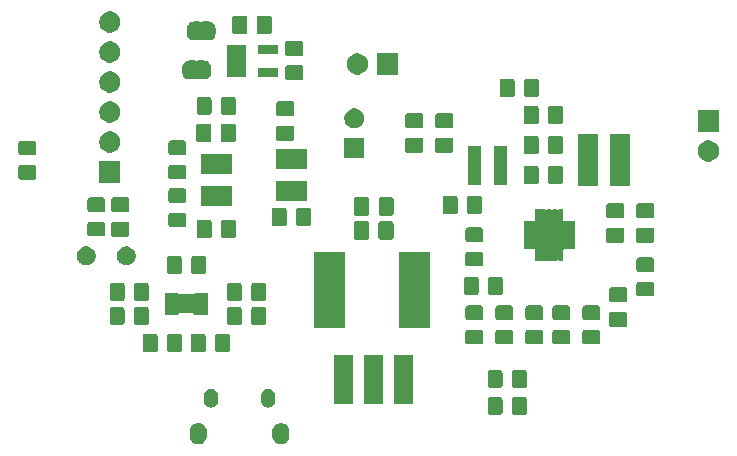
<source format=gbs>
G04 #@! TF.GenerationSoftware,KiCad,Pcbnew,(5.1.6)-1*
G04 #@! TF.CreationDate,2020-11-30T16:59:51+01:00*
G04 #@! TF.ProjectId,Power_module_v1,506f7765-725f-46d6-9f64-756c655f7631,rev?*
G04 #@! TF.SameCoordinates,Original*
G04 #@! TF.FileFunction,Soldermask,Bot*
G04 #@! TF.FilePolarity,Negative*
%FSLAX46Y46*%
G04 Gerber Fmt 4.6, Leading zero omitted, Abs format (unit mm)*
G04 Created by KiCad (PCBNEW (5.1.6)-1) date 2020-11-30 16:59:51*
%MOMM*%
%LPD*%
G01*
G04 APERTURE LIST*
%ADD10C,0.150000*%
G04 APERTURE END LIST*
D10*
G36*
X107831220Y-105586245D02*
G01*
X107968071Y-105627759D01*
X107968074Y-105627760D01*
X108094193Y-105695172D01*
X108204743Y-105785898D01*
X108295468Y-105896446D01*
X108362880Y-106022565D01*
X108362880Y-106022566D01*
X108362881Y-106022568D01*
X108404395Y-106159419D01*
X108414900Y-106266081D01*
X108414900Y-106687398D01*
X108404395Y-106794060D01*
X108373683Y-106895304D01*
X108362880Y-106930916D01*
X108295468Y-107057034D01*
X108204743Y-107167583D01*
X108094194Y-107258308D01*
X107968075Y-107325720D01*
X107968072Y-107325721D01*
X107831221Y-107367235D01*
X107688900Y-107381252D01*
X107546580Y-107367235D01*
X107409729Y-107325721D01*
X107409726Y-107325720D01*
X107283607Y-107258308D01*
X107173058Y-107167583D01*
X107082332Y-107057034D01*
X107014920Y-106930915D01*
X107014919Y-106930912D01*
X106973405Y-106794061D01*
X106962900Y-106687399D01*
X106962900Y-106266082D01*
X106973405Y-106159420D01*
X107014919Y-106022569D01*
X107014920Y-106022566D01*
X107082332Y-105896447D01*
X107173058Y-105785897D01*
X107283606Y-105695172D01*
X107409725Y-105627760D01*
X107409728Y-105627759D01*
X107546579Y-105586245D01*
X107688900Y-105572228D01*
X107831220Y-105586245D01*
G37*
G36*
X114831220Y-105586245D02*
G01*
X114968071Y-105627759D01*
X114968074Y-105627760D01*
X115094193Y-105695172D01*
X115204743Y-105785898D01*
X115295468Y-105896446D01*
X115362880Y-106022565D01*
X115362880Y-106022566D01*
X115362881Y-106022568D01*
X115404395Y-106159419D01*
X115414900Y-106266081D01*
X115414900Y-106687398D01*
X115404395Y-106794060D01*
X115373683Y-106895304D01*
X115362880Y-106930916D01*
X115295468Y-107057034D01*
X115204743Y-107167583D01*
X115094194Y-107258308D01*
X114968075Y-107325720D01*
X114968072Y-107325721D01*
X114831221Y-107367235D01*
X114688900Y-107381252D01*
X114546580Y-107367235D01*
X114409729Y-107325721D01*
X114409726Y-107325720D01*
X114283607Y-107258308D01*
X114173058Y-107167583D01*
X114082332Y-107057034D01*
X114014920Y-106930915D01*
X114014919Y-106930912D01*
X113973405Y-106794061D01*
X113962900Y-106687399D01*
X113962900Y-106266082D01*
X113973405Y-106159420D01*
X114014919Y-106022569D01*
X114014920Y-106022566D01*
X114082332Y-105896447D01*
X114173058Y-105785897D01*
X114283606Y-105695172D01*
X114409725Y-105627760D01*
X114409728Y-105627759D01*
X114546579Y-105586245D01*
X114688900Y-105572228D01*
X114831220Y-105586245D01*
G37*
G36*
X133287674Y-103393465D02*
G01*
X133325367Y-103404899D01*
X133360103Y-103423466D01*
X133390548Y-103448452D01*
X133415534Y-103478897D01*
X133434101Y-103513633D01*
X133445535Y-103551326D01*
X133450000Y-103596661D01*
X133450000Y-104683339D01*
X133445535Y-104728674D01*
X133434101Y-104766367D01*
X133415534Y-104801103D01*
X133390548Y-104831548D01*
X133360103Y-104856534D01*
X133325367Y-104875101D01*
X133287674Y-104886535D01*
X133242339Y-104891000D01*
X132405661Y-104891000D01*
X132360326Y-104886535D01*
X132322633Y-104875101D01*
X132287897Y-104856534D01*
X132257452Y-104831548D01*
X132232466Y-104801103D01*
X132213899Y-104766367D01*
X132202465Y-104728674D01*
X132198000Y-104683339D01*
X132198000Y-103596661D01*
X132202465Y-103551326D01*
X132213899Y-103513633D01*
X132232466Y-103478897D01*
X132257452Y-103448452D01*
X132287897Y-103423466D01*
X132322633Y-103404899D01*
X132360326Y-103393465D01*
X132405661Y-103389000D01*
X133242339Y-103389000D01*
X133287674Y-103393465D01*
G37*
G36*
X135337674Y-103393465D02*
G01*
X135375367Y-103404899D01*
X135410103Y-103423466D01*
X135440548Y-103448452D01*
X135465534Y-103478897D01*
X135484101Y-103513633D01*
X135495535Y-103551326D01*
X135500000Y-103596661D01*
X135500000Y-104683339D01*
X135495535Y-104728674D01*
X135484101Y-104766367D01*
X135465534Y-104801103D01*
X135440548Y-104831548D01*
X135410103Y-104856534D01*
X135375367Y-104875101D01*
X135337674Y-104886535D01*
X135292339Y-104891000D01*
X134455661Y-104891000D01*
X134410326Y-104886535D01*
X134372633Y-104875101D01*
X134337897Y-104856534D01*
X134307452Y-104831548D01*
X134282466Y-104801103D01*
X134263899Y-104766367D01*
X134252465Y-104728674D01*
X134248000Y-104683339D01*
X134248000Y-103596661D01*
X134252465Y-103551326D01*
X134263899Y-103513633D01*
X134282466Y-103478897D01*
X134307452Y-103448452D01*
X134337897Y-103423466D01*
X134372633Y-103404899D01*
X134410326Y-103393465D01*
X134455661Y-103389000D01*
X135292339Y-103389000D01*
X135337674Y-103393465D01*
G37*
G36*
X113726717Y-102684436D02*
G01*
X113840004Y-102718802D01*
X113944411Y-102774609D01*
X113944413Y-102774610D01*
X113944412Y-102774610D01*
X114035927Y-102849713D01*
X114099611Y-102927312D01*
X114111031Y-102941228D01*
X114166838Y-103045635D01*
X114201204Y-103158922D01*
X114209900Y-103247221D01*
X114209900Y-103706258D01*
X114201204Y-103794558D01*
X114166838Y-103907845D01*
X114111031Y-104012252D01*
X114035927Y-104103767D01*
X113944412Y-104178871D01*
X113840005Y-104234678D01*
X113726718Y-104269044D01*
X113608900Y-104280647D01*
X113491083Y-104269044D01*
X113377796Y-104234678D01*
X113273389Y-104178871D01*
X113181874Y-104103767D01*
X113106769Y-104012252D01*
X113050962Y-103907845D01*
X113016596Y-103794558D01*
X113007900Y-103706259D01*
X113007900Y-103247222D01*
X113016596Y-103158923D01*
X113050962Y-103045636D01*
X113106769Y-102941229D01*
X113120238Y-102924817D01*
X113181873Y-102849713D01*
X113273387Y-102774610D01*
X113273386Y-102774610D01*
X113273388Y-102774609D01*
X113377795Y-102718802D01*
X113491082Y-102684436D01*
X113608900Y-102672833D01*
X113726717Y-102684436D01*
G37*
G36*
X108886717Y-102684436D02*
G01*
X109000004Y-102718802D01*
X109104411Y-102774609D01*
X109104413Y-102774610D01*
X109104412Y-102774610D01*
X109195927Y-102849713D01*
X109259611Y-102927312D01*
X109271031Y-102941228D01*
X109326838Y-103045635D01*
X109361204Y-103158922D01*
X109369900Y-103247221D01*
X109369900Y-103706258D01*
X109361204Y-103794558D01*
X109326838Y-103907845D01*
X109271031Y-104012252D01*
X109195927Y-104103767D01*
X109104412Y-104178871D01*
X109000005Y-104234678D01*
X108886718Y-104269044D01*
X108768900Y-104280647D01*
X108651083Y-104269044D01*
X108537796Y-104234678D01*
X108433389Y-104178871D01*
X108341874Y-104103767D01*
X108266769Y-104012252D01*
X108210962Y-103907845D01*
X108176596Y-103794558D01*
X108167900Y-103706259D01*
X108167900Y-103247222D01*
X108176596Y-103158923D01*
X108210962Y-103045636D01*
X108266769Y-102941229D01*
X108280238Y-102924817D01*
X108341873Y-102849713D01*
X108433387Y-102774610D01*
X108433386Y-102774610D01*
X108433388Y-102774609D01*
X108537795Y-102718802D01*
X108651082Y-102684436D01*
X108768900Y-102672833D01*
X108886717Y-102684436D01*
G37*
G36*
X123322280Y-103963420D02*
G01*
X121696280Y-103963420D01*
X121696280Y-99861420D01*
X123322280Y-99861420D01*
X123322280Y-103963420D01*
G37*
G36*
X125862280Y-103963420D02*
G01*
X124236280Y-103963420D01*
X124236280Y-99861420D01*
X125862280Y-99861420D01*
X125862280Y-103963420D01*
G37*
G36*
X120782280Y-103963420D02*
G01*
X119156280Y-103963420D01*
X119156280Y-99861420D01*
X120782280Y-99861420D01*
X120782280Y-103963420D01*
G37*
G36*
X133287674Y-101107465D02*
G01*
X133325367Y-101118899D01*
X133360103Y-101137466D01*
X133390548Y-101162452D01*
X133415534Y-101192897D01*
X133434101Y-101227633D01*
X133445535Y-101265326D01*
X133450000Y-101310661D01*
X133450000Y-102397339D01*
X133445535Y-102442674D01*
X133434101Y-102480367D01*
X133415534Y-102515103D01*
X133390548Y-102545548D01*
X133360103Y-102570534D01*
X133325367Y-102589101D01*
X133287674Y-102600535D01*
X133242339Y-102605000D01*
X132405661Y-102605000D01*
X132360326Y-102600535D01*
X132322633Y-102589101D01*
X132287897Y-102570534D01*
X132257452Y-102545548D01*
X132232466Y-102515103D01*
X132213899Y-102480367D01*
X132202465Y-102442674D01*
X132198000Y-102397339D01*
X132198000Y-101310661D01*
X132202465Y-101265326D01*
X132213899Y-101227633D01*
X132232466Y-101192897D01*
X132257452Y-101162452D01*
X132287897Y-101137466D01*
X132322633Y-101118899D01*
X132360326Y-101107465D01*
X132405661Y-101103000D01*
X133242339Y-101103000D01*
X133287674Y-101107465D01*
G37*
G36*
X135337674Y-101107465D02*
G01*
X135375367Y-101118899D01*
X135410103Y-101137466D01*
X135440548Y-101162452D01*
X135465534Y-101192897D01*
X135484101Y-101227633D01*
X135495535Y-101265326D01*
X135500000Y-101310661D01*
X135500000Y-102397339D01*
X135495535Y-102442674D01*
X135484101Y-102480367D01*
X135465534Y-102515103D01*
X135440548Y-102545548D01*
X135410103Y-102570534D01*
X135375367Y-102589101D01*
X135337674Y-102600535D01*
X135292339Y-102605000D01*
X134455661Y-102605000D01*
X134410326Y-102600535D01*
X134372633Y-102589101D01*
X134337897Y-102570534D01*
X134307452Y-102545548D01*
X134282466Y-102515103D01*
X134263899Y-102480367D01*
X134252465Y-102442674D01*
X134248000Y-102397339D01*
X134248000Y-101310661D01*
X134252465Y-101265326D01*
X134263899Y-101227633D01*
X134282466Y-101192897D01*
X134307452Y-101162452D01*
X134337897Y-101137466D01*
X134372633Y-101118899D01*
X134410326Y-101107465D01*
X134455661Y-101103000D01*
X135292339Y-101103000D01*
X135337674Y-101107465D01*
G37*
G36*
X104087983Y-98034434D02*
G01*
X104125372Y-98045776D01*
X104159826Y-98064191D01*
X104190025Y-98088975D01*
X104214809Y-98119174D01*
X104233224Y-98153628D01*
X104244566Y-98191017D01*
X104249000Y-98236035D01*
X104249000Y-99375965D01*
X104244566Y-99420983D01*
X104233224Y-99458372D01*
X104214809Y-99492826D01*
X104190025Y-99523025D01*
X104159826Y-99547809D01*
X104125372Y-99566224D01*
X104087983Y-99577566D01*
X104042965Y-99582000D01*
X103178035Y-99582000D01*
X103133017Y-99577566D01*
X103095628Y-99566224D01*
X103061174Y-99547809D01*
X103030975Y-99523025D01*
X103006191Y-99492826D01*
X102987776Y-99458372D01*
X102976434Y-99420983D01*
X102972000Y-99375965D01*
X102972000Y-98236035D01*
X102976434Y-98191017D01*
X102987776Y-98153628D01*
X103006191Y-98119174D01*
X103030975Y-98088975D01*
X103061174Y-98064191D01*
X103095628Y-98045776D01*
X103133017Y-98034434D01*
X103178035Y-98030000D01*
X104042965Y-98030000D01*
X104087983Y-98034434D01*
G37*
G36*
X110226983Y-98034434D02*
G01*
X110264372Y-98045776D01*
X110298826Y-98064191D01*
X110329025Y-98088975D01*
X110353809Y-98119174D01*
X110372224Y-98153628D01*
X110383566Y-98191017D01*
X110388000Y-98236035D01*
X110388000Y-99375965D01*
X110383566Y-99420983D01*
X110372224Y-99458372D01*
X110353809Y-99492826D01*
X110329025Y-99523025D01*
X110298826Y-99547809D01*
X110264372Y-99566224D01*
X110226983Y-99577566D01*
X110181965Y-99582000D01*
X109317035Y-99582000D01*
X109272017Y-99577566D01*
X109234628Y-99566224D01*
X109200174Y-99547809D01*
X109169975Y-99523025D01*
X109145191Y-99492826D01*
X109126776Y-99458372D01*
X109115434Y-99420983D01*
X109111000Y-99375965D01*
X109111000Y-98236035D01*
X109115434Y-98191017D01*
X109126776Y-98153628D01*
X109145191Y-98119174D01*
X109169975Y-98088975D01*
X109200174Y-98064191D01*
X109234628Y-98045776D01*
X109272017Y-98034434D01*
X109317035Y-98030000D01*
X110181965Y-98030000D01*
X110226983Y-98034434D01*
G37*
G36*
X108151983Y-98034434D02*
G01*
X108189372Y-98045776D01*
X108223826Y-98064191D01*
X108254025Y-98088975D01*
X108278809Y-98119174D01*
X108297224Y-98153628D01*
X108308566Y-98191017D01*
X108313000Y-98236035D01*
X108313000Y-99375965D01*
X108308566Y-99420983D01*
X108297224Y-99458372D01*
X108278809Y-99492826D01*
X108254025Y-99523025D01*
X108223826Y-99547809D01*
X108189372Y-99566224D01*
X108151983Y-99577566D01*
X108106965Y-99582000D01*
X107242035Y-99582000D01*
X107197017Y-99577566D01*
X107159628Y-99566224D01*
X107125174Y-99547809D01*
X107094975Y-99523025D01*
X107070191Y-99492826D01*
X107051776Y-99458372D01*
X107040434Y-99420983D01*
X107036000Y-99375965D01*
X107036000Y-98236035D01*
X107040434Y-98191017D01*
X107051776Y-98153628D01*
X107070191Y-98119174D01*
X107094975Y-98088975D01*
X107125174Y-98064191D01*
X107159628Y-98045776D01*
X107197017Y-98034434D01*
X107242035Y-98030000D01*
X108106965Y-98030000D01*
X108151983Y-98034434D01*
G37*
G36*
X106162983Y-98034434D02*
G01*
X106200372Y-98045776D01*
X106234826Y-98064191D01*
X106265025Y-98088975D01*
X106289809Y-98119174D01*
X106308224Y-98153628D01*
X106319566Y-98191017D01*
X106324000Y-98236035D01*
X106324000Y-99375965D01*
X106319566Y-99420983D01*
X106308224Y-99458372D01*
X106289809Y-99492826D01*
X106265025Y-99523025D01*
X106234826Y-99547809D01*
X106200372Y-99566224D01*
X106162983Y-99577566D01*
X106117965Y-99582000D01*
X105253035Y-99582000D01*
X105208017Y-99577566D01*
X105170628Y-99566224D01*
X105136174Y-99547809D01*
X105105975Y-99523025D01*
X105081191Y-99492826D01*
X105062776Y-99458372D01*
X105051434Y-99420983D01*
X105047000Y-99375965D01*
X105047000Y-98236035D01*
X105051434Y-98191017D01*
X105062776Y-98153628D01*
X105081191Y-98119174D01*
X105105975Y-98088975D01*
X105136174Y-98064191D01*
X105170628Y-98045776D01*
X105208017Y-98034434D01*
X105253035Y-98030000D01*
X106117965Y-98030000D01*
X106162983Y-98034434D01*
G37*
G36*
X139018674Y-97685465D02*
G01*
X139056367Y-97696899D01*
X139091103Y-97715466D01*
X139121548Y-97740452D01*
X139146534Y-97770897D01*
X139165101Y-97805633D01*
X139176535Y-97843326D01*
X139181000Y-97888661D01*
X139181000Y-98725339D01*
X139176535Y-98770674D01*
X139165101Y-98808367D01*
X139146534Y-98843103D01*
X139121548Y-98873548D01*
X139091103Y-98898534D01*
X139056367Y-98917101D01*
X139018674Y-98928535D01*
X138973339Y-98933000D01*
X137886661Y-98933000D01*
X137841326Y-98928535D01*
X137803633Y-98917101D01*
X137768897Y-98898534D01*
X137738452Y-98873548D01*
X137713466Y-98843103D01*
X137694899Y-98808367D01*
X137683465Y-98770674D01*
X137679000Y-98725339D01*
X137679000Y-97888661D01*
X137683465Y-97843326D01*
X137694899Y-97805633D01*
X137713466Y-97770897D01*
X137738452Y-97740452D01*
X137768897Y-97715466D01*
X137803633Y-97696899D01*
X137841326Y-97685465D01*
X137886661Y-97681000D01*
X138973339Y-97681000D01*
X139018674Y-97685465D01*
G37*
G36*
X134192674Y-97685465D02*
G01*
X134230367Y-97696899D01*
X134265103Y-97715466D01*
X134295548Y-97740452D01*
X134320534Y-97770897D01*
X134339101Y-97805633D01*
X134350535Y-97843326D01*
X134355000Y-97888661D01*
X134355000Y-98725339D01*
X134350535Y-98770674D01*
X134339101Y-98808367D01*
X134320534Y-98843103D01*
X134295548Y-98873548D01*
X134265103Y-98898534D01*
X134230367Y-98917101D01*
X134192674Y-98928535D01*
X134147339Y-98933000D01*
X133060661Y-98933000D01*
X133015326Y-98928535D01*
X132977633Y-98917101D01*
X132942897Y-98898534D01*
X132912452Y-98873548D01*
X132887466Y-98843103D01*
X132868899Y-98808367D01*
X132857465Y-98770674D01*
X132853000Y-98725339D01*
X132853000Y-97888661D01*
X132857465Y-97843326D01*
X132868899Y-97805633D01*
X132887466Y-97770897D01*
X132912452Y-97740452D01*
X132942897Y-97715466D01*
X132977633Y-97696899D01*
X133015326Y-97685465D01*
X133060661Y-97681000D01*
X134147339Y-97681000D01*
X134192674Y-97685465D01*
G37*
G36*
X131652674Y-97685465D02*
G01*
X131690367Y-97696899D01*
X131725103Y-97715466D01*
X131755548Y-97740452D01*
X131780534Y-97770897D01*
X131799101Y-97805633D01*
X131810535Y-97843326D01*
X131815000Y-97888661D01*
X131815000Y-98725339D01*
X131810535Y-98770674D01*
X131799101Y-98808367D01*
X131780534Y-98843103D01*
X131755548Y-98873548D01*
X131725103Y-98898534D01*
X131690367Y-98917101D01*
X131652674Y-98928535D01*
X131607339Y-98933000D01*
X130520661Y-98933000D01*
X130475326Y-98928535D01*
X130437633Y-98917101D01*
X130402897Y-98898534D01*
X130372452Y-98873548D01*
X130347466Y-98843103D01*
X130328899Y-98808367D01*
X130317465Y-98770674D01*
X130313000Y-98725339D01*
X130313000Y-97888661D01*
X130317465Y-97843326D01*
X130328899Y-97805633D01*
X130347466Y-97770897D01*
X130372452Y-97740452D01*
X130402897Y-97715466D01*
X130437633Y-97696899D01*
X130475326Y-97685465D01*
X130520661Y-97681000D01*
X131607339Y-97681000D01*
X131652674Y-97685465D01*
G37*
G36*
X141558674Y-97685465D02*
G01*
X141596367Y-97696899D01*
X141631103Y-97715466D01*
X141661548Y-97740452D01*
X141686534Y-97770897D01*
X141705101Y-97805633D01*
X141716535Y-97843326D01*
X141721000Y-97888661D01*
X141721000Y-98725339D01*
X141716535Y-98770674D01*
X141705101Y-98808367D01*
X141686534Y-98843103D01*
X141661548Y-98873548D01*
X141631103Y-98898534D01*
X141596367Y-98917101D01*
X141558674Y-98928535D01*
X141513339Y-98933000D01*
X140426661Y-98933000D01*
X140381326Y-98928535D01*
X140343633Y-98917101D01*
X140308897Y-98898534D01*
X140278452Y-98873548D01*
X140253466Y-98843103D01*
X140234899Y-98808367D01*
X140223465Y-98770674D01*
X140219000Y-98725339D01*
X140219000Y-97888661D01*
X140223465Y-97843326D01*
X140234899Y-97805633D01*
X140253466Y-97770897D01*
X140278452Y-97740452D01*
X140308897Y-97715466D01*
X140343633Y-97696899D01*
X140381326Y-97685465D01*
X140426661Y-97681000D01*
X141513339Y-97681000D01*
X141558674Y-97685465D01*
G37*
G36*
X136732674Y-97685465D02*
G01*
X136770367Y-97696899D01*
X136805103Y-97715466D01*
X136835548Y-97740452D01*
X136860534Y-97770897D01*
X136879101Y-97805633D01*
X136890535Y-97843326D01*
X136895000Y-97888661D01*
X136895000Y-98725339D01*
X136890535Y-98770674D01*
X136879101Y-98808367D01*
X136860534Y-98843103D01*
X136835548Y-98873548D01*
X136805103Y-98898534D01*
X136770367Y-98917101D01*
X136732674Y-98928535D01*
X136687339Y-98933000D01*
X135600661Y-98933000D01*
X135555326Y-98928535D01*
X135517633Y-98917101D01*
X135482897Y-98898534D01*
X135452452Y-98873548D01*
X135427466Y-98843103D01*
X135408899Y-98808367D01*
X135397465Y-98770674D01*
X135393000Y-98725339D01*
X135393000Y-97888661D01*
X135397465Y-97843326D01*
X135408899Y-97805633D01*
X135427466Y-97770897D01*
X135452452Y-97740452D01*
X135482897Y-97715466D01*
X135517633Y-97696899D01*
X135555326Y-97685465D01*
X135600661Y-97681000D01*
X136687339Y-97681000D01*
X136732674Y-97685465D01*
G37*
G36*
X127285000Y-97506000D02*
G01*
X124683000Y-97506000D01*
X124683000Y-91104000D01*
X127285000Y-91104000D01*
X127285000Y-97506000D01*
G37*
G36*
X120085000Y-97506000D02*
G01*
X117483000Y-97506000D01*
X117483000Y-91104000D01*
X120085000Y-91104000D01*
X120085000Y-97506000D01*
G37*
G36*
X143870983Y-96182934D02*
G01*
X143908372Y-96194276D01*
X143942826Y-96212691D01*
X143973025Y-96237475D01*
X143997809Y-96267674D01*
X144016224Y-96302128D01*
X144027566Y-96339517D01*
X144032000Y-96384535D01*
X144032000Y-97249465D01*
X144027566Y-97294483D01*
X144016224Y-97331872D01*
X143997809Y-97366326D01*
X143973025Y-97396525D01*
X143942826Y-97421309D01*
X143908372Y-97439724D01*
X143870983Y-97451066D01*
X143825965Y-97455500D01*
X142686035Y-97455500D01*
X142641017Y-97451066D01*
X142603628Y-97439724D01*
X142569174Y-97421309D01*
X142538975Y-97396525D01*
X142514191Y-97366326D01*
X142495776Y-97331872D01*
X142484434Y-97294483D01*
X142480000Y-97249465D01*
X142480000Y-96384535D01*
X142484434Y-96339517D01*
X142495776Y-96302128D01*
X142514191Y-96267674D01*
X142538975Y-96237475D01*
X142569174Y-96212691D01*
X142603628Y-96194276D01*
X142641017Y-96182934D01*
X142686035Y-96178500D01*
X143825965Y-96178500D01*
X143870983Y-96182934D01*
G37*
G36*
X103333674Y-95773465D02*
G01*
X103371367Y-95784899D01*
X103406103Y-95803466D01*
X103436548Y-95828452D01*
X103461534Y-95858897D01*
X103480101Y-95893633D01*
X103491535Y-95931326D01*
X103496000Y-95976661D01*
X103496000Y-97063339D01*
X103491535Y-97108674D01*
X103480101Y-97146367D01*
X103461534Y-97181103D01*
X103436548Y-97211548D01*
X103406103Y-97236534D01*
X103371367Y-97255101D01*
X103333674Y-97266535D01*
X103288339Y-97271000D01*
X102451661Y-97271000D01*
X102406326Y-97266535D01*
X102368633Y-97255101D01*
X102333897Y-97236534D01*
X102303452Y-97211548D01*
X102278466Y-97181103D01*
X102259899Y-97146367D01*
X102248465Y-97108674D01*
X102244000Y-97063339D01*
X102244000Y-95976661D01*
X102248465Y-95931326D01*
X102259899Y-95893633D01*
X102278466Y-95858897D01*
X102303452Y-95828452D01*
X102333897Y-95803466D01*
X102368633Y-95784899D01*
X102406326Y-95773465D01*
X102451661Y-95769000D01*
X103288339Y-95769000D01*
X103333674Y-95773465D01*
G37*
G36*
X111207674Y-95773465D02*
G01*
X111245367Y-95784899D01*
X111280103Y-95803466D01*
X111310548Y-95828452D01*
X111335534Y-95858897D01*
X111354101Y-95893633D01*
X111365535Y-95931326D01*
X111370000Y-95976661D01*
X111370000Y-97063339D01*
X111365535Y-97108674D01*
X111354101Y-97146367D01*
X111335534Y-97181103D01*
X111310548Y-97211548D01*
X111280103Y-97236534D01*
X111245367Y-97255101D01*
X111207674Y-97266535D01*
X111162339Y-97271000D01*
X110325661Y-97271000D01*
X110280326Y-97266535D01*
X110242633Y-97255101D01*
X110207897Y-97236534D01*
X110177452Y-97211548D01*
X110152466Y-97181103D01*
X110133899Y-97146367D01*
X110122465Y-97108674D01*
X110118000Y-97063339D01*
X110118000Y-95976661D01*
X110122465Y-95931326D01*
X110133899Y-95893633D01*
X110152466Y-95858897D01*
X110177452Y-95828452D01*
X110207897Y-95803466D01*
X110242633Y-95784899D01*
X110280326Y-95773465D01*
X110325661Y-95769000D01*
X111162339Y-95769000D01*
X111207674Y-95773465D01*
G37*
G36*
X113257674Y-95773465D02*
G01*
X113295367Y-95784899D01*
X113330103Y-95803466D01*
X113360548Y-95828452D01*
X113385534Y-95858897D01*
X113404101Y-95893633D01*
X113415535Y-95931326D01*
X113420000Y-95976661D01*
X113420000Y-97063339D01*
X113415535Y-97108674D01*
X113404101Y-97146367D01*
X113385534Y-97181103D01*
X113360548Y-97211548D01*
X113330103Y-97236534D01*
X113295367Y-97255101D01*
X113257674Y-97266535D01*
X113212339Y-97271000D01*
X112375661Y-97271000D01*
X112330326Y-97266535D01*
X112292633Y-97255101D01*
X112257897Y-97236534D01*
X112227452Y-97211548D01*
X112202466Y-97181103D01*
X112183899Y-97146367D01*
X112172465Y-97108674D01*
X112168000Y-97063339D01*
X112168000Y-95976661D01*
X112172465Y-95931326D01*
X112183899Y-95893633D01*
X112202466Y-95858897D01*
X112227452Y-95828452D01*
X112257897Y-95803466D01*
X112292633Y-95784899D01*
X112330326Y-95773465D01*
X112375661Y-95769000D01*
X113212339Y-95769000D01*
X113257674Y-95773465D01*
G37*
G36*
X101283674Y-95773465D02*
G01*
X101321367Y-95784899D01*
X101356103Y-95803466D01*
X101386548Y-95828452D01*
X101411534Y-95858897D01*
X101430101Y-95893633D01*
X101441535Y-95931326D01*
X101446000Y-95976661D01*
X101446000Y-97063339D01*
X101441535Y-97108674D01*
X101430101Y-97146367D01*
X101411534Y-97181103D01*
X101386548Y-97211548D01*
X101356103Y-97236534D01*
X101321367Y-97255101D01*
X101283674Y-97266535D01*
X101238339Y-97271000D01*
X100401661Y-97271000D01*
X100356326Y-97266535D01*
X100318633Y-97255101D01*
X100283897Y-97236534D01*
X100253452Y-97211548D01*
X100228466Y-97181103D01*
X100209899Y-97146367D01*
X100198465Y-97108674D01*
X100194000Y-97063339D01*
X100194000Y-95976661D01*
X100198465Y-95931326D01*
X100209899Y-95893633D01*
X100228466Y-95858897D01*
X100253452Y-95828452D01*
X100283897Y-95803466D01*
X100318633Y-95784899D01*
X100356326Y-95773465D01*
X100401661Y-95769000D01*
X101238339Y-95769000D01*
X101283674Y-95773465D01*
G37*
G36*
X134192674Y-95635465D02*
G01*
X134230367Y-95646899D01*
X134265103Y-95665466D01*
X134295548Y-95690452D01*
X134320534Y-95720897D01*
X134339101Y-95755633D01*
X134350535Y-95793326D01*
X134355000Y-95838661D01*
X134355000Y-96675339D01*
X134350535Y-96720674D01*
X134339101Y-96758367D01*
X134320534Y-96793103D01*
X134295548Y-96823548D01*
X134265103Y-96848534D01*
X134230367Y-96867101D01*
X134192674Y-96878535D01*
X134147339Y-96883000D01*
X133060661Y-96883000D01*
X133015326Y-96878535D01*
X132977633Y-96867101D01*
X132942897Y-96848534D01*
X132912452Y-96823548D01*
X132887466Y-96793103D01*
X132868899Y-96758367D01*
X132857465Y-96720674D01*
X132853000Y-96675339D01*
X132853000Y-95838661D01*
X132857465Y-95793326D01*
X132868899Y-95755633D01*
X132887466Y-95720897D01*
X132912452Y-95690452D01*
X132942897Y-95665466D01*
X132977633Y-95646899D01*
X133015326Y-95635465D01*
X133060661Y-95631000D01*
X134147339Y-95631000D01*
X134192674Y-95635465D01*
G37*
G36*
X141558674Y-95635465D02*
G01*
X141596367Y-95646899D01*
X141631103Y-95665466D01*
X141661548Y-95690452D01*
X141686534Y-95720897D01*
X141705101Y-95755633D01*
X141716535Y-95793326D01*
X141721000Y-95838661D01*
X141721000Y-96675339D01*
X141716535Y-96720674D01*
X141705101Y-96758367D01*
X141686534Y-96793103D01*
X141661548Y-96823548D01*
X141631103Y-96848534D01*
X141596367Y-96867101D01*
X141558674Y-96878535D01*
X141513339Y-96883000D01*
X140426661Y-96883000D01*
X140381326Y-96878535D01*
X140343633Y-96867101D01*
X140308897Y-96848534D01*
X140278452Y-96823548D01*
X140253466Y-96793103D01*
X140234899Y-96758367D01*
X140223465Y-96720674D01*
X140219000Y-96675339D01*
X140219000Y-95838661D01*
X140223465Y-95793326D01*
X140234899Y-95755633D01*
X140253466Y-95720897D01*
X140278452Y-95690452D01*
X140308897Y-95665466D01*
X140343633Y-95646899D01*
X140381326Y-95635465D01*
X140426661Y-95631000D01*
X141513339Y-95631000D01*
X141558674Y-95635465D01*
G37*
G36*
X139018674Y-95635465D02*
G01*
X139056367Y-95646899D01*
X139091103Y-95665466D01*
X139121548Y-95690452D01*
X139146534Y-95720897D01*
X139165101Y-95755633D01*
X139176535Y-95793326D01*
X139181000Y-95838661D01*
X139181000Y-96675339D01*
X139176535Y-96720674D01*
X139165101Y-96758367D01*
X139146534Y-96793103D01*
X139121548Y-96823548D01*
X139091103Y-96848534D01*
X139056367Y-96867101D01*
X139018674Y-96878535D01*
X138973339Y-96883000D01*
X137886661Y-96883000D01*
X137841326Y-96878535D01*
X137803633Y-96867101D01*
X137768897Y-96848534D01*
X137738452Y-96823548D01*
X137713466Y-96793103D01*
X137694899Y-96758367D01*
X137683465Y-96720674D01*
X137679000Y-96675339D01*
X137679000Y-95838661D01*
X137683465Y-95793326D01*
X137694899Y-95755633D01*
X137713466Y-95720897D01*
X137738452Y-95690452D01*
X137768897Y-95665466D01*
X137803633Y-95646899D01*
X137841326Y-95635465D01*
X137886661Y-95631000D01*
X138973339Y-95631000D01*
X139018674Y-95635465D01*
G37*
G36*
X131652674Y-95635465D02*
G01*
X131690367Y-95646899D01*
X131725103Y-95665466D01*
X131755548Y-95690452D01*
X131780534Y-95720897D01*
X131799101Y-95755633D01*
X131810535Y-95793326D01*
X131815000Y-95838661D01*
X131815000Y-96675339D01*
X131810535Y-96720674D01*
X131799101Y-96758367D01*
X131780534Y-96793103D01*
X131755548Y-96823548D01*
X131725103Y-96848534D01*
X131690367Y-96867101D01*
X131652674Y-96878535D01*
X131607339Y-96883000D01*
X130520661Y-96883000D01*
X130475326Y-96878535D01*
X130437633Y-96867101D01*
X130402897Y-96848534D01*
X130372452Y-96823548D01*
X130347466Y-96793103D01*
X130328899Y-96758367D01*
X130317465Y-96720674D01*
X130313000Y-96675339D01*
X130313000Y-95838661D01*
X130317465Y-95793326D01*
X130328899Y-95755633D01*
X130347466Y-95720897D01*
X130372452Y-95690452D01*
X130402897Y-95665466D01*
X130437633Y-95646899D01*
X130475326Y-95635465D01*
X130520661Y-95631000D01*
X131607339Y-95631000D01*
X131652674Y-95635465D01*
G37*
G36*
X136732674Y-95635465D02*
G01*
X136770367Y-95646899D01*
X136805103Y-95665466D01*
X136835548Y-95690452D01*
X136860534Y-95720897D01*
X136879101Y-95755633D01*
X136890535Y-95793326D01*
X136895000Y-95838661D01*
X136895000Y-96675339D01*
X136890535Y-96720674D01*
X136879101Y-96758367D01*
X136860534Y-96793103D01*
X136835548Y-96823548D01*
X136805103Y-96848534D01*
X136770367Y-96867101D01*
X136732674Y-96878535D01*
X136687339Y-96883000D01*
X135600661Y-96883000D01*
X135555326Y-96878535D01*
X135517633Y-96867101D01*
X135482897Y-96848534D01*
X135452452Y-96823548D01*
X135427466Y-96793103D01*
X135408899Y-96758367D01*
X135397465Y-96720674D01*
X135393000Y-96675339D01*
X135393000Y-95838661D01*
X135397465Y-95793326D01*
X135408899Y-95755633D01*
X135427466Y-95720897D01*
X135452452Y-95690452D01*
X135482897Y-95665466D01*
X135517633Y-95646899D01*
X135555326Y-95635465D01*
X135600661Y-95631000D01*
X136687339Y-95631000D01*
X136732674Y-95635465D01*
G37*
G36*
X105981000Y-94578001D02*
G01*
X105983402Y-94602387D01*
X105990515Y-94625836D01*
X106002066Y-94647447D01*
X106017611Y-94666389D01*
X106036553Y-94681934D01*
X106058164Y-94693485D01*
X106081613Y-94700598D01*
X106105999Y-94703000D01*
X107254001Y-94703000D01*
X107278387Y-94700598D01*
X107301836Y-94693485D01*
X107323447Y-94681934D01*
X107342389Y-94666389D01*
X107357934Y-94647447D01*
X107369485Y-94625836D01*
X107376598Y-94602387D01*
X107379000Y-94578001D01*
X107379000Y-94553000D01*
X108481000Y-94553000D01*
X108481000Y-96455000D01*
X107379000Y-96455000D01*
X107379000Y-96429999D01*
X107376598Y-96405613D01*
X107369485Y-96382164D01*
X107357934Y-96360553D01*
X107342389Y-96341611D01*
X107323447Y-96326066D01*
X107301836Y-96314515D01*
X107278387Y-96307402D01*
X107254001Y-96305000D01*
X106105999Y-96305000D01*
X106081613Y-96307402D01*
X106058164Y-96314515D01*
X106036553Y-96326066D01*
X106017611Y-96341611D01*
X106002066Y-96360553D01*
X105990515Y-96382164D01*
X105983402Y-96405613D01*
X105981000Y-96429999D01*
X105981000Y-96455000D01*
X104879000Y-96455000D01*
X104879000Y-94553000D01*
X105981000Y-94553000D01*
X105981000Y-94578001D01*
G37*
G36*
X143870983Y-94107934D02*
G01*
X143908372Y-94119276D01*
X143942826Y-94137691D01*
X143973025Y-94162475D01*
X143997809Y-94192674D01*
X144016224Y-94227128D01*
X144027566Y-94264517D01*
X144032000Y-94309535D01*
X144032000Y-95174465D01*
X144027566Y-95219483D01*
X144016224Y-95256872D01*
X143997809Y-95291326D01*
X143973025Y-95321525D01*
X143942826Y-95346309D01*
X143908372Y-95364724D01*
X143870983Y-95376066D01*
X143825965Y-95380500D01*
X142686035Y-95380500D01*
X142641017Y-95376066D01*
X142603628Y-95364724D01*
X142569174Y-95346309D01*
X142538975Y-95321525D01*
X142514191Y-95291326D01*
X142495776Y-95256872D01*
X142484434Y-95219483D01*
X142480000Y-95174465D01*
X142480000Y-94309535D01*
X142484434Y-94264517D01*
X142495776Y-94227128D01*
X142514191Y-94192674D01*
X142538975Y-94162475D01*
X142569174Y-94137691D01*
X142603628Y-94119276D01*
X142641017Y-94107934D01*
X142686035Y-94103500D01*
X143825965Y-94103500D01*
X143870983Y-94107934D01*
G37*
G36*
X113257674Y-93741465D02*
G01*
X113295367Y-93752899D01*
X113330103Y-93771466D01*
X113360548Y-93796452D01*
X113385534Y-93826897D01*
X113404101Y-93861633D01*
X113415535Y-93899326D01*
X113420000Y-93944661D01*
X113420000Y-95031339D01*
X113415535Y-95076674D01*
X113404101Y-95114367D01*
X113385534Y-95149103D01*
X113360548Y-95179548D01*
X113330103Y-95204534D01*
X113295367Y-95223101D01*
X113257674Y-95234535D01*
X113212339Y-95239000D01*
X112375661Y-95239000D01*
X112330326Y-95234535D01*
X112292633Y-95223101D01*
X112257897Y-95204534D01*
X112227452Y-95179548D01*
X112202466Y-95149103D01*
X112183899Y-95114367D01*
X112172465Y-95076674D01*
X112168000Y-95031339D01*
X112168000Y-93944661D01*
X112172465Y-93899326D01*
X112183899Y-93861633D01*
X112202466Y-93826897D01*
X112227452Y-93796452D01*
X112257897Y-93771466D01*
X112292633Y-93752899D01*
X112330326Y-93741465D01*
X112375661Y-93737000D01*
X113212339Y-93737000D01*
X113257674Y-93741465D01*
G37*
G36*
X111207674Y-93741465D02*
G01*
X111245367Y-93752899D01*
X111280103Y-93771466D01*
X111310548Y-93796452D01*
X111335534Y-93826897D01*
X111354101Y-93861633D01*
X111365535Y-93899326D01*
X111370000Y-93944661D01*
X111370000Y-95031339D01*
X111365535Y-95076674D01*
X111354101Y-95114367D01*
X111335534Y-95149103D01*
X111310548Y-95179548D01*
X111280103Y-95204534D01*
X111245367Y-95223101D01*
X111207674Y-95234535D01*
X111162339Y-95239000D01*
X110325661Y-95239000D01*
X110280326Y-95234535D01*
X110242633Y-95223101D01*
X110207897Y-95204534D01*
X110177452Y-95179548D01*
X110152466Y-95149103D01*
X110133899Y-95114367D01*
X110122465Y-95076674D01*
X110118000Y-95031339D01*
X110118000Y-93944661D01*
X110122465Y-93899326D01*
X110133899Y-93861633D01*
X110152466Y-93826897D01*
X110177452Y-93796452D01*
X110207897Y-93771466D01*
X110242633Y-93752899D01*
X110280326Y-93741465D01*
X110325661Y-93737000D01*
X111162339Y-93737000D01*
X111207674Y-93741465D01*
G37*
G36*
X103342674Y-93741465D02*
G01*
X103380367Y-93752899D01*
X103415103Y-93771466D01*
X103445548Y-93796452D01*
X103470534Y-93826897D01*
X103489101Y-93861633D01*
X103500535Y-93899326D01*
X103505000Y-93944661D01*
X103505000Y-95031339D01*
X103500535Y-95076674D01*
X103489101Y-95114367D01*
X103470534Y-95149103D01*
X103445548Y-95179548D01*
X103415103Y-95204534D01*
X103380367Y-95223101D01*
X103342674Y-95234535D01*
X103297339Y-95239000D01*
X102460661Y-95239000D01*
X102415326Y-95234535D01*
X102377633Y-95223101D01*
X102342897Y-95204534D01*
X102312452Y-95179548D01*
X102287466Y-95149103D01*
X102268899Y-95114367D01*
X102257465Y-95076674D01*
X102253000Y-95031339D01*
X102253000Y-93944661D01*
X102257465Y-93899326D01*
X102268899Y-93861633D01*
X102287466Y-93826897D01*
X102312452Y-93796452D01*
X102342897Y-93771466D01*
X102377633Y-93752899D01*
X102415326Y-93741465D01*
X102460661Y-93737000D01*
X103297339Y-93737000D01*
X103342674Y-93741465D01*
G37*
G36*
X101292674Y-93741465D02*
G01*
X101330367Y-93752899D01*
X101365103Y-93771466D01*
X101395548Y-93796452D01*
X101420534Y-93826897D01*
X101439101Y-93861633D01*
X101450535Y-93899326D01*
X101455000Y-93944661D01*
X101455000Y-95031339D01*
X101450535Y-95076674D01*
X101439101Y-95114367D01*
X101420534Y-95149103D01*
X101395548Y-95179548D01*
X101365103Y-95204534D01*
X101330367Y-95223101D01*
X101292674Y-95234535D01*
X101247339Y-95239000D01*
X100410661Y-95239000D01*
X100365326Y-95234535D01*
X100327633Y-95223101D01*
X100292897Y-95204534D01*
X100262452Y-95179548D01*
X100237466Y-95149103D01*
X100218899Y-95114367D01*
X100207465Y-95076674D01*
X100203000Y-95031339D01*
X100203000Y-93944661D01*
X100207465Y-93899326D01*
X100218899Y-93861633D01*
X100237466Y-93826897D01*
X100262452Y-93796452D01*
X100292897Y-93771466D01*
X100327633Y-93752899D01*
X100365326Y-93741465D01*
X100410661Y-93737000D01*
X101247339Y-93737000D01*
X101292674Y-93741465D01*
G37*
G36*
X146130674Y-93621465D02*
G01*
X146168367Y-93632899D01*
X146203103Y-93651466D01*
X146233548Y-93676452D01*
X146258534Y-93706897D01*
X146277101Y-93741633D01*
X146288535Y-93779326D01*
X146293000Y-93824661D01*
X146293000Y-94661339D01*
X146288535Y-94706674D01*
X146277101Y-94744367D01*
X146258534Y-94779103D01*
X146233548Y-94809548D01*
X146203103Y-94834534D01*
X146168367Y-94853101D01*
X146130674Y-94864535D01*
X146085339Y-94869000D01*
X144998661Y-94869000D01*
X144953326Y-94864535D01*
X144915633Y-94853101D01*
X144880897Y-94834534D01*
X144850452Y-94809548D01*
X144825466Y-94779103D01*
X144806899Y-94744367D01*
X144795465Y-94706674D01*
X144791000Y-94661339D01*
X144791000Y-93824661D01*
X144795465Y-93779326D01*
X144806899Y-93741633D01*
X144825466Y-93706897D01*
X144850452Y-93676452D01*
X144880897Y-93651466D01*
X144915633Y-93632899D01*
X144953326Y-93621465D01*
X144998661Y-93617000D01*
X146085339Y-93617000D01*
X146130674Y-93621465D01*
G37*
G36*
X133314674Y-93233465D02*
G01*
X133352367Y-93244899D01*
X133387103Y-93263466D01*
X133417548Y-93288452D01*
X133442534Y-93318897D01*
X133461101Y-93353633D01*
X133472535Y-93391326D01*
X133477000Y-93436661D01*
X133477000Y-94523339D01*
X133472535Y-94568674D01*
X133461101Y-94606367D01*
X133442534Y-94641103D01*
X133417548Y-94671548D01*
X133387103Y-94696534D01*
X133352367Y-94715101D01*
X133314674Y-94726535D01*
X133269339Y-94731000D01*
X132432661Y-94731000D01*
X132387326Y-94726535D01*
X132349633Y-94715101D01*
X132314897Y-94696534D01*
X132284452Y-94671548D01*
X132259466Y-94641103D01*
X132240899Y-94606367D01*
X132229465Y-94568674D01*
X132225000Y-94523339D01*
X132225000Y-93436661D01*
X132229465Y-93391326D01*
X132240899Y-93353633D01*
X132259466Y-93318897D01*
X132284452Y-93288452D01*
X132314897Y-93263466D01*
X132349633Y-93244899D01*
X132387326Y-93233465D01*
X132432661Y-93229000D01*
X133269339Y-93229000D01*
X133314674Y-93233465D01*
G37*
G36*
X131264674Y-93233465D02*
G01*
X131302367Y-93244899D01*
X131337103Y-93263466D01*
X131367548Y-93288452D01*
X131392534Y-93318897D01*
X131411101Y-93353633D01*
X131422535Y-93391326D01*
X131427000Y-93436661D01*
X131427000Y-94523339D01*
X131422535Y-94568674D01*
X131411101Y-94606367D01*
X131392534Y-94641103D01*
X131367548Y-94671548D01*
X131337103Y-94696534D01*
X131302367Y-94715101D01*
X131264674Y-94726535D01*
X131219339Y-94731000D01*
X130382661Y-94731000D01*
X130337326Y-94726535D01*
X130299633Y-94715101D01*
X130264897Y-94696534D01*
X130234452Y-94671548D01*
X130209466Y-94641103D01*
X130190899Y-94606367D01*
X130179465Y-94568674D01*
X130175000Y-94523339D01*
X130175000Y-93436661D01*
X130179465Y-93391326D01*
X130190899Y-93353633D01*
X130209466Y-93318897D01*
X130234452Y-93288452D01*
X130264897Y-93263466D01*
X130299633Y-93244899D01*
X130337326Y-93233465D01*
X130382661Y-93229000D01*
X131219339Y-93229000D01*
X131264674Y-93233465D01*
G37*
G36*
X108177674Y-91455465D02*
G01*
X108215367Y-91466899D01*
X108250103Y-91485466D01*
X108280548Y-91510452D01*
X108305534Y-91540897D01*
X108324101Y-91575633D01*
X108335535Y-91613326D01*
X108340000Y-91658661D01*
X108340000Y-92745339D01*
X108335535Y-92790674D01*
X108324101Y-92828367D01*
X108305534Y-92863103D01*
X108280548Y-92893548D01*
X108250103Y-92918534D01*
X108215367Y-92937101D01*
X108177674Y-92948535D01*
X108132339Y-92953000D01*
X107295661Y-92953000D01*
X107250326Y-92948535D01*
X107212633Y-92937101D01*
X107177897Y-92918534D01*
X107147452Y-92893548D01*
X107122466Y-92863103D01*
X107103899Y-92828367D01*
X107092465Y-92790674D01*
X107088000Y-92745339D01*
X107088000Y-91658661D01*
X107092465Y-91613326D01*
X107103899Y-91575633D01*
X107122466Y-91540897D01*
X107147452Y-91510452D01*
X107177897Y-91485466D01*
X107212633Y-91466899D01*
X107250326Y-91455465D01*
X107295661Y-91451000D01*
X108132339Y-91451000D01*
X108177674Y-91455465D01*
G37*
G36*
X106127674Y-91455465D02*
G01*
X106165367Y-91466899D01*
X106200103Y-91485466D01*
X106230548Y-91510452D01*
X106255534Y-91540897D01*
X106274101Y-91575633D01*
X106285535Y-91613326D01*
X106290000Y-91658661D01*
X106290000Y-92745339D01*
X106285535Y-92790674D01*
X106274101Y-92828367D01*
X106255534Y-92863103D01*
X106230548Y-92893548D01*
X106200103Y-92918534D01*
X106165367Y-92937101D01*
X106127674Y-92948535D01*
X106082339Y-92953000D01*
X105245661Y-92953000D01*
X105200326Y-92948535D01*
X105162633Y-92937101D01*
X105127897Y-92918534D01*
X105097452Y-92893548D01*
X105072466Y-92863103D01*
X105053899Y-92828367D01*
X105042465Y-92790674D01*
X105038000Y-92745339D01*
X105038000Y-91658661D01*
X105042465Y-91613326D01*
X105053899Y-91575633D01*
X105072466Y-91540897D01*
X105097452Y-91510452D01*
X105127897Y-91485466D01*
X105162633Y-91466899D01*
X105200326Y-91455465D01*
X105245661Y-91451000D01*
X106082339Y-91451000D01*
X106127674Y-91455465D01*
G37*
G36*
X146130674Y-91571465D02*
G01*
X146168367Y-91582899D01*
X146203103Y-91601466D01*
X146233548Y-91626452D01*
X146258534Y-91656897D01*
X146277101Y-91691633D01*
X146288535Y-91729326D01*
X146293000Y-91774661D01*
X146293000Y-92611339D01*
X146288535Y-92656674D01*
X146277101Y-92694367D01*
X146258534Y-92729103D01*
X146233548Y-92759548D01*
X146203103Y-92784534D01*
X146168367Y-92803101D01*
X146130674Y-92814535D01*
X146085339Y-92819000D01*
X144998661Y-92819000D01*
X144953326Y-92814535D01*
X144915633Y-92803101D01*
X144880897Y-92784534D01*
X144850452Y-92759548D01*
X144825466Y-92729103D01*
X144806899Y-92694367D01*
X144795465Y-92656674D01*
X144791000Y-92611339D01*
X144791000Y-91774661D01*
X144795465Y-91729326D01*
X144806899Y-91691633D01*
X144825466Y-91656897D01*
X144850452Y-91626452D01*
X144880897Y-91601466D01*
X144915633Y-91582899D01*
X144953326Y-91571465D01*
X144998661Y-91567000D01*
X146085339Y-91567000D01*
X146130674Y-91571465D01*
G37*
G36*
X131652674Y-91081465D02*
G01*
X131690367Y-91092899D01*
X131725103Y-91111466D01*
X131755548Y-91136452D01*
X131780534Y-91166897D01*
X131799101Y-91201633D01*
X131810535Y-91239326D01*
X131815000Y-91284661D01*
X131815000Y-92121339D01*
X131810535Y-92166674D01*
X131799101Y-92204367D01*
X131780534Y-92239103D01*
X131755548Y-92269548D01*
X131725103Y-92294534D01*
X131690367Y-92313101D01*
X131652674Y-92324535D01*
X131607339Y-92329000D01*
X130520661Y-92329000D01*
X130475326Y-92324535D01*
X130437633Y-92313101D01*
X130402897Y-92294534D01*
X130372452Y-92269548D01*
X130347466Y-92239103D01*
X130328899Y-92204367D01*
X130317465Y-92166674D01*
X130313000Y-92121339D01*
X130313000Y-91284661D01*
X130317465Y-91239326D01*
X130328899Y-91201633D01*
X130347466Y-91166897D01*
X130372452Y-91136452D01*
X130402897Y-91111466D01*
X130437633Y-91092899D01*
X130475326Y-91081465D01*
X130520661Y-91077000D01*
X131607339Y-91077000D01*
X131652674Y-91081465D01*
G37*
G36*
X98433642Y-90669781D02*
G01*
X98537981Y-90713000D01*
X98579416Y-90730163D01*
X98710608Y-90817822D01*
X98822178Y-90929392D01*
X98844633Y-90962999D01*
X98909838Y-91060586D01*
X98970219Y-91206358D01*
X99001000Y-91361107D01*
X99001000Y-91518893D01*
X98970219Y-91673642D01*
X98912816Y-91812225D01*
X98909837Y-91819416D01*
X98822178Y-91950608D01*
X98710608Y-92062178D01*
X98579416Y-92149837D01*
X98579415Y-92149838D01*
X98579414Y-92149838D01*
X98433642Y-92210219D01*
X98278893Y-92241000D01*
X98121107Y-92241000D01*
X97966358Y-92210219D01*
X97820586Y-92149838D01*
X97820585Y-92149838D01*
X97820584Y-92149837D01*
X97689392Y-92062178D01*
X97577822Y-91950608D01*
X97490163Y-91819416D01*
X97487184Y-91812225D01*
X97429781Y-91673642D01*
X97399000Y-91518893D01*
X97399000Y-91361107D01*
X97429781Y-91206358D01*
X97490162Y-91060586D01*
X97555367Y-90962999D01*
X97577822Y-90929392D01*
X97689392Y-90817822D01*
X97820584Y-90730163D01*
X97862019Y-90713000D01*
X97966358Y-90669781D01*
X98121107Y-90639000D01*
X98278893Y-90639000D01*
X98433642Y-90669781D01*
G37*
G36*
X101833642Y-90669781D02*
G01*
X101937981Y-90713000D01*
X101979416Y-90730163D01*
X102110608Y-90817822D01*
X102222178Y-90929392D01*
X102244633Y-90962999D01*
X102309838Y-91060586D01*
X102370219Y-91206358D01*
X102401000Y-91361107D01*
X102401000Y-91518893D01*
X102370219Y-91673642D01*
X102312816Y-91812225D01*
X102309837Y-91819416D01*
X102222178Y-91950608D01*
X102110608Y-92062178D01*
X101979416Y-92149837D01*
X101979415Y-92149838D01*
X101979414Y-92149838D01*
X101833642Y-92210219D01*
X101678893Y-92241000D01*
X101521107Y-92241000D01*
X101366358Y-92210219D01*
X101220586Y-92149838D01*
X101220585Y-92149838D01*
X101220584Y-92149837D01*
X101089392Y-92062178D01*
X100977822Y-91950608D01*
X100890163Y-91819416D01*
X100887184Y-91812225D01*
X100829781Y-91673642D01*
X100799000Y-91518893D01*
X100799000Y-91361107D01*
X100829781Y-91206358D01*
X100890162Y-91060586D01*
X100955367Y-90962999D01*
X100977822Y-90929392D01*
X101089392Y-90817822D01*
X101220584Y-90730163D01*
X101262019Y-90713000D01*
X101366358Y-90669781D01*
X101521107Y-90639000D01*
X101678893Y-90639000D01*
X101833642Y-90669781D01*
G37*
G36*
X136569355Y-87487083D02*
G01*
X136574029Y-87488501D01*
X136578330Y-87490800D01*
X136584702Y-87496029D01*
X136605076Y-87509643D01*
X136627715Y-87519020D01*
X136651749Y-87523800D01*
X136676253Y-87523800D01*
X136700286Y-87519019D01*
X136722925Y-87509642D01*
X136743298Y-87496029D01*
X136749670Y-87490800D01*
X136753971Y-87488501D01*
X136758645Y-87487083D01*
X136769641Y-87486000D01*
X137058359Y-87486000D01*
X137069355Y-87487083D01*
X137074029Y-87488501D01*
X137078330Y-87490800D01*
X137084702Y-87496029D01*
X137105076Y-87509643D01*
X137127715Y-87519020D01*
X137151749Y-87523800D01*
X137176253Y-87523800D01*
X137200286Y-87519019D01*
X137222925Y-87509642D01*
X137243298Y-87496029D01*
X137249670Y-87490800D01*
X137253971Y-87488501D01*
X137258645Y-87487083D01*
X137269641Y-87486000D01*
X137558359Y-87486000D01*
X137569355Y-87487083D01*
X137574029Y-87488501D01*
X137578330Y-87490800D01*
X137584702Y-87496029D01*
X137605076Y-87509643D01*
X137627715Y-87519020D01*
X137651749Y-87523800D01*
X137676253Y-87523800D01*
X137700286Y-87519019D01*
X137722925Y-87509642D01*
X137743298Y-87496029D01*
X137749670Y-87490800D01*
X137753971Y-87488501D01*
X137758645Y-87487083D01*
X137769641Y-87486000D01*
X138058359Y-87486000D01*
X138069355Y-87487083D01*
X138074029Y-87488501D01*
X138078330Y-87490800D01*
X138084702Y-87496029D01*
X138105076Y-87509643D01*
X138127715Y-87519020D01*
X138151749Y-87523800D01*
X138176253Y-87523800D01*
X138200286Y-87519019D01*
X138222925Y-87509642D01*
X138243298Y-87496029D01*
X138249670Y-87490800D01*
X138253971Y-87488501D01*
X138258645Y-87487083D01*
X138269641Y-87486000D01*
X138558359Y-87486000D01*
X138569355Y-87487083D01*
X138574029Y-87488501D01*
X138578331Y-87490800D01*
X138582104Y-87493896D01*
X138585200Y-87497669D01*
X138587499Y-87501971D01*
X138588917Y-87506645D01*
X138590000Y-87517641D01*
X138590000Y-88361001D01*
X138592402Y-88385387D01*
X138599515Y-88408836D01*
X138611066Y-88430447D01*
X138626611Y-88449389D01*
X138645553Y-88464934D01*
X138667164Y-88476485D01*
X138690613Y-88483598D01*
X138714999Y-88486000D01*
X139558359Y-88486000D01*
X139569355Y-88487083D01*
X139574029Y-88488501D01*
X139578331Y-88490800D01*
X139582104Y-88493896D01*
X139585200Y-88497669D01*
X139587499Y-88501971D01*
X139588917Y-88506645D01*
X139590000Y-88517641D01*
X139590000Y-88806359D01*
X139588917Y-88817355D01*
X139587499Y-88822029D01*
X139585200Y-88826330D01*
X139579971Y-88832702D01*
X139566357Y-88853076D01*
X139556980Y-88875715D01*
X139552200Y-88899749D01*
X139552200Y-88924253D01*
X139556981Y-88948286D01*
X139566358Y-88970925D01*
X139579971Y-88991298D01*
X139585200Y-88997670D01*
X139587499Y-89001971D01*
X139588917Y-89006645D01*
X139590000Y-89017641D01*
X139590000Y-89306359D01*
X139588917Y-89317355D01*
X139587499Y-89322029D01*
X139585200Y-89326330D01*
X139579971Y-89332702D01*
X139566357Y-89353076D01*
X139556980Y-89375715D01*
X139552200Y-89399749D01*
X139552200Y-89424253D01*
X139556981Y-89448286D01*
X139566358Y-89470925D01*
X139579971Y-89491298D01*
X139585200Y-89497670D01*
X139587499Y-89501971D01*
X139588917Y-89506645D01*
X139590000Y-89517641D01*
X139590000Y-89806359D01*
X139588917Y-89817355D01*
X139587499Y-89822029D01*
X139585200Y-89826330D01*
X139579971Y-89832702D01*
X139566357Y-89853076D01*
X139556980Y-89875715D01*
X139552200Y-89899749D01*
X139552200Y-89924253D01*
X139556981Y-89948286D01*
X139566358Y-89970925D01*
X139579971Y-89991298D01*
X139585200Y-89997670D01*
X139587499Y-90001971D01*
X139588917Y-90006645D01*
X139590000Y-90017641D01*
X139590000Y-90306359D01*
X139588917Y-90317355D01*
X139587499Y-90322029D01*
X139585200Y-90326330D01*
X139579971Y-90332702D01*
X139566357Y-90353076D01*
X139556980Y-90375715D01*
X139552200Y-90399749D01*
X139552200Y-90424253D01*
X139556981Y-90448286D01*
X139566358Y-90470925D01*
X139579971Y-90491298D01*
X139585200Y-90497670D01*
X139587499Y-90501971D01*
X139588917Y-90506645D01*
X139590000Y-90517641D01*
X139590000Y-90806359D01*
X139588917Y-90817355D01*
X139587499Y-90822029D01*
X139585200Y-90826331D01*
X139582104Y-90830104D01*
X139578331Y-90833200D01*
X139574029Y-90835499D01*
X139569355Y-90836917D01*
X139558359Y-90838000D01*
X138714999Y-90838000D01*
X138690613Y-90840402D01*
X138667164Y-90847515D01*
X138645553Y-90859066D01*
X138626611Y-90874611D01*
X138611066Y-90893553D01*
X138599515Y-90915164D01*
X138592402Y-90938613D01*
X138590000Y-90962999D01*
X138590000Y-91806359D01*
X138588917Y-91817355D01*
X138587499Y-91822029D01*
X138585200Y-91826331D01*
X138582104Y-91830104D01*
X138578331Y-91833200D01*
X138574029Y-91835499D01*
X138569355Y-91836917D01*
X138558359Y-91838000D01*
X138269641Y-91838000D01*
X138258645Y-91836917D01*
X138253971Y-91835499D01*
X138249670Y-91833200D01*
X138243298Y-91827971D01*
X138222924Y-91814357D01*
X138200285Y-91804980D01*
X138176251Y-91800200D01*
X138151747Y-91800200D01*
X138127714Y-91804981D01*
X138105075Y-91814358D01*
X138084702Y-91827971D01*
X138078330Y-91833200D01*
X138074029Y-91835499D01*
X138069355Y-91836917D01*
X138058359Y-91838000D01*
X137769641Y-91838000D01*
X137758645Y-91836917D01*
X137753971Y-91835499D01*
X137749670Y-91833200D01*
X137743298Y-91827971D01*
X137722924Y-91814357D01*
X137700285Y-91804980D01*
X137676251Y-91800200D01*
X137651747Y-91800200D01*
X137627714Y-91804981D01*
X137605075Y-91814358D01*
X137584702Y-91827971D01*
X137578330Y-91833200D01*
X137574029Y-91835499D01*
X137569355Y-91836917D01*
X137558359Y-91838000D01*
X137269641Y-91838000D01*
X137258645Y-91836917D01*
X137253971Y-91835499D01*
X137249670Y-91833200D01*
X137243298Y-91827971D01*
X137222924Y-91814357D01*
X137200285Y-91804980D01*
X137176251Y-91800200D01*
X137151747Y-91800200D01*
X137127714Y-91804981D01*
X137105075Y-91814358D01*
X137084702Y-91827971D01*
X137078330Y-91833200D01*
X137074029Y-91835499D01*
X137069355Y-91836917D01*
X137058359Y-91838000D01*
X136769641Y-91838000D01*
X136758645Y-91836917D01*
X136753971Y-91835499D01*
X136749670Y-91833200D01*
X136743298Y-91827971D01*
X136722924Y-91814357D01*
X136700285Y-91804980D01*
X136676251Y-91800200D01*
X136651747Y-91800200D01*
X136627714Y-91804981D01*
X136605075Y-91814358D01*
X136584702Y-91827971D01*
X136578330Y-91833200D01*
X136574029Y-91835499D01*
X136569355Y-91836917D01*
X136558359Y-91838000D01*
X136269641Y-91838000D01*
X136258645Y-91836917D01*
X136253971Y-91835499D01*
X136249669Y-91833200D01*
X136245896Y-91830104D01*
X136242800Y-91826331D01*
X136240501Y-91822029D01*
X136239083Y-91817355D01*
X136238000Y-91806359D01*
X136238000Y-90962999D01*
X136235598Y-90938613D01*
X136228485Y-90915164D01*
X136216934Y-90893553D01*
X136201389Y-90874611D01*
X136182447Y-90859066D01*
X136160836Y-90847515D01*
X136137387Y-90840402D01*
X136113001Y-90838000D01*
X135269641Y-90838000D01*
X135258645Y-90836917D01*
X135253971Y-90835499D01*
X135249669Y-90833200D01*
X135245896Y-90830104D01*
X135242800Y-90826331D01*
X135240501Y-90822029D01*
X135239083Y-90817355D01*
X135238000Y-90806359D01*
X135238000Y-90517641D01*
X135239083Y-90506645D01*
X135240501Y-90501971D01*
X135242800Y-90497670D01*
X135248029Y-90491298D01*
X135261643Y-90470924D01*
X135271020Y-90448285D01*
X135275800Y-90424251D01*
X135275800Y-90399747D01*
X135271019Y-90375714D01*
X135261642Y-90353075D01*
X135248029Y-90332702D01*
X135242800Y-90326330D01*
X135240501Y-90322029D01*
X135239083Y-90317355D01*
X135238000Y-90306359D01*
X135238000Y-90017641D01*
X135239083Y-90006645D01*
X135240501Y-90001971D01*
X135242800Y-89997670D01*
X135248029Y-89991298D01*
X135261643Y-89970924D01*
X135271020Y-89948285D01*
X135275800Y-89924251D01*
X135275800Y-89899747D01*
X135271019Y-89875714D01*
X135261642Y-89853075D01*
X135248029Y-89832702D01*
X135242800Y-89826330D01*
X135240501Y-89822029D01*
X135239083Y-89817355D01*
X135238000Y-89806359D01*
X135238000Y-89517641D01*
X135239083Y-89506645D01*
X135240501Y-89501971D01*
X135242800Y-89497670D01*
X135248029Y-89491298D01*
X135261643Y-89470924D01*
X135271020Y-89448285D01*
X135275800Y-89424251D01*
X135275800Y-89399747D01*
X135271019Y-89375714D01*
X135261642Y-89353075D01*
X135248029Y-89332702D01*
X135242800Y-89326330D01*
X135240501Y-89322029D01*
X135239083Y-89317355D01*
X135238000Y-89306359D01*
X135238000Y-89017641D01*
X135239083Y-89006645D01*
X135240501Y-89001971D01*
X135242800Y-88997670D01*
X135248029Y-88991298D01*
X135261643Y-88970924D01*
X135271020Y-88948285D01*
X135275800Y-88924251D01*
X135275800Y-88899747D01*
X135271019Y-88875714D01*
X135261642Y-88853075D01*
X135248029Y-88832702D01*
X135242800Y-88826330D01*
X135240501Y-88822029D01*
X135239083Y-88817355D01*
X135238000Y-88806359D01*
X135238000Y-88517641D01*
X135239083Y-88506645D01*
X135240501Y-88501971D01*
X135242800Y-88497669D01*
X135245896Y-88493896D01*
X135249669Y-88490800D01*
X135253971Y-88488501D01*
X135258645Y-88487083D01*
X135269641Y-88486000D01*
X136113001Y-88486000D01*
X136137387Y-88483598D01*
X136160836Y-88476485D01*
X136182447Y-88464934D01*
X136201389Y-88449389D01*
X136216934Y-88430447D01*
X136228485Y-88408836D01*
X136235598Y-88385387D01*
X136238000Y-88361001D01*
X136238000Y-87517641D01*
X136239083Y-87506645D01*
X136240501Y-87501971D01*
X136242800Y-87497669D01*
X136245896Y-87493896D01*
X136249669Y-87490800D01*
X136253971Y-87488501D01*
X136258645Y-87487083D01*
X136269641Y-87486000D01*
X136558359Y-87486000D01*
X136569355Y-87487083D01*
G37*
G36*
X143616983Y-89049434D02*
G01*
X143654372Y-89060776D01*
X143688826Y-89079191D01*
X143719025Y-89103975D01*
X143743809Y-89134174D01*
X143762224Y-89168628D01*
X143773566Y-89206017D01*
X143778000Y-89251035D01*
X143778000Y-90115965D01*
X143773566Y-90160983D01*
X143762224Y-90198372D01*
X143743809Y-90232826D01*
X143719025Y-90263025D01*
X143688826Y-90287809D01*
X143654372Y-90306224D01*
X143616983Y-90317566D01*
X143571965Y-90322000D01*
X142432035Y-90322000D01*
X142387017Y-90317566D01*
X142349628Y-90306224D01*
X142315174Y-90287809D01*
X142284975Y-90263025D01*
X142260191Y-90232826D01*
X142241776Y-90198372D01*
X142230434Y-90160983D01*
X142226000Y-90115965D01*
X142226000Y-89251035D01*
X142230434Y-89206017D01*
X142241776Y-89168628D01*
X142260191Y-89134174D01*
X142284975Y-89103975D01*
X142315174Y-89079191D01*
X142349628Y-89060776D01*
X142387017Y-89049434D01*
X142432035Y-89045000D01*
X143571965Y-89045000D01*
X143616983Y-89049434D01*
G37*
G36*
X146156983Y-89049434D02*
G01*
X146194372Y-89060776D01*
X146228826Y-89079191D01*
X146259025Y-89103975D01*
X146283809Y-89134174D01*
X146302224Y-89168628D01*
X146313566Y-89206017D01*
X146318000Y-89251035D01*
X146318000Y-90115965D01*
X146313566Y-90160983D01*
X146302224Y-90198372D01*
X146283809Y-90232826D01*
X146259025Y-90263025D01*
X146228826Y-90287809D01*
X146194372Y-90306224D01*
X146156983Y-90317566D01*
X146111965Y-90322000D01*
X144972035Y-90322000D01*
X144927017Y-90317566D01*
X144889628Y-90306224D01*
X144855174Y-90287809D01*
X144824975Y-90263025D01*
X144800191Y-90232826D01*
X144781776Y-90198372D01*
X144770434Y-90160983D01*
X144766000Y-90115965D01*
X144766000Y-89251035D01*
X144770434Y-89206017D01*
X144781776Y-89168628D01*
X144800191Y-89134174D01*
X144824975Y-89103975D01*
X144855174Y-89079191D01*
X144889628Y-89060776D01*
X144927017Y-89049434D01*
X144972035Y-89045000D01*
X146111965Y-89045000D01*
X146156983Y-89049434D01*
G37*
G36*
X131652674Y-89031465D02*
G01*
X131690367Y-89042899D01*
X131725103Y-89061466D01*
X131755548Y-89086452D01*
X131780534Y-89116897D01*
X131799101Y-89151633D01*
X131810535Y-89189326D01*
X131815000Y-89234661D01*
X131815000Y-90071339D01*
X131810535Y-90116674D01*
X131799101Y-90154367D01*
X131780534Y-90189103D01*
X131755548Y-90219548D01*
X131725103Y-90244534D01*
X131690367Y-90263101D01*
X131652674Y-90274535D01*
X131607339Y-90279000D01*
X130520661Y-90279000D01*
X130475326Y-90274535D01*
X130437633Y-90263101D01*
X130402897Y-90244534D01*
X130372452Y-90219548D01*
X130347466Y-90189103D01*
X130328899Y-90154367D01*
X130317465Y-90116674D01*
X130313000Y-90071339D01*
X130313000Y-89234661D01*
X130317465Y-89189326D01*
X130328899Y-89151633D01*
X130347466Y-89116897D01*
X130372452Y-89086452D01*
X130402897Y-89061466D01*
X130437633Y-89042899D01*
X130475326Y-89031465D01*
X130520661Y-89027000D01*
X131607339Y-89027000D01*
X131652674Y-89031465D01*
G37*
G36*
X124060983Y-88509434D02*
G01*
X124098372Y-88520776D01*
X124132826Y-88539191D01*
X124163025Y-88563975D01*
X124187809Y-88594174D01*
X124206224Y-88628628D01*
X124217566Y-88666017D01*
X124222000Y-88711035D01*
X124222000Y-89850965D01*
X124217566Y-89895983D01*
X124206224Y-89933372D01*
X124187809Y-89967826D01*
X124163025Y-89998025D01*
X124132826Y-90022809D01*
X124098372Y-90041224D01*
X124060983Y-90052566D01*
X124015965Y-90057000D01*
X123151035Y-90057000D01*
X123106017Y-90052566D01*
X123068628Y-90041224D01*
X123034174Y-90022809D01*
X123003975Y-89998025D01*
X122979191Y-89967826D01*
X122960776Y-89933372D01*
X122949434Y-89895983D01*
X122945000Y-89850965D01*
X122945000Y-88711035D01*
X122949434Y-88666017D01*
X122960776Y-88628628D01*
X122979191Y-88594174D01*
X123003975Y-88563975D01*
X123034174Y-88539191D01*
X123068628Y-88520776D01*
X123106017Y-88509434D01*
X123151035Y-88505000D01*
X124015965Y-88505000D01*
X124060983Y-88509434D01*
G37*
G36*
X121985983Y-88509434D02*
G01*
X122023372Y-88520776D01*
X122057826Y-88539191D01*
X122088025Y-88563975D01*
X122112809Y-88594174D01*
X122131224Y-88628628D01*
X122142566Y-88666017D01*
X122147000Y-88711035D01*
X122147000Y-89850965D01*
X122142566Y-89895983D01*
X122131224Y-89933372D01*
X122112809Y-89967826D01*
X122088025Y-89998025D01*
X122057826Y-90022809D01*
X122023372Y-90041224D01*
X121985983Y-90052566D01*
X121940965Y-90057000D01*
X121076035Y-90057000D01*
X121031017Y-90052566D01*
X120993628Y-90041224D01*
X120959174Y-90022809D01*
X120928975Y-89998025D01*
X120904191Y-89967826D01*
X120885776Y-89933372D01*
X120874434Y-89895983D01*
X120870000Y-89850965D01*
X120870000Y-88711035D01*
X120874434Y-88666017D01*
X120885776Y-88628628D01*
X120904191Y-88594174D01*
X120928975Y-88563975D01*
X120959174Y-88539191D01*
X120993628Y-88520776D01*
X121031017Y-88509434D01*
X121076035Y-88505000D01*
X121940965Y-88505000D01*
X121985983Y-88509434D01*
G37*
G36*
X110734983Y-88382434D02*
G01*
X110772372Y-88393776D01*
X110806826Y-88412191D01*
X110837025Y-88436975D01*
X110861809Y-88467174D01*
X110880224Y-88501628D01*
X110891566Y-88539017D01*
X110896000Y-88584035D01*
X110896000Y-89723965D01*
X110891566Y-89768983D01*
X110880224Y-89806372D01*
X110861809Y-89840826D01*
X110837025Y-89871025D01*
X110806826Y-89895809D01*
X110772372Y-89914224D01*
X110734983Y-89925566D01*
X110689965Y-89930000D01*
X109825035Y-89930000D01*
X109780017Y-89925566D01*
X109742628Y-89914224D01*
X109708174Y-89895809D01*
X109677975Y-89871025D01*
X109653191Y-89840826D01*
X109634776Y-89806372D01*
X109623434Y-89768983D01*
X109619000Y-89723965D01*
X109619000Y-88584035D01*
X109623434Y-88539017D01*
X109634776Y-88501628D01*
X109653191Y-88467174D01*
X109677975Y-88436975D01*
X109708174Y-88412191D01*
X109742628Y-88393776D01*
X109780017Y-88382434D01*
X109825035Y-88378000D01*
X110689965Y-88378000D01*
X110734983Y-88382434D01*
G37*
G36*
X108659983Y-88382434D02*
G01*
X108697372Y-88393776D01*
X108731826Y-88412191D01*
X108762025Y-88436975D01*
X108786809Y-88467174D01*
X108805224Y-88501628D01*
X108816566Y-88539017D01*
X108821000Y-88584035D01*
X108821000Y-89723965D01*
X108816566Y-89768983D01*
X108805224Y-89806372D01*
X108786809Y-89840826D01*
X108762025Y-89871025D01*
X108731826Y-89895809D01*
X108697372Y-89914224D01*
X108659983Y-89925566D01*
X108614965Y-89930000D01*
X107750035Y-89930000D01*
X107705017Y-89925566D01*
X107667628Y-89914224D01*
X107633174Y-89895809D01*
X107602975Y-89871025D01*
X107578191Y-89840826D01*
X107559776Y-89806372D01*
X107548434Y-89768983D01*
X107544000Y-89723965D01*
X107544000Y-88584035D01*
X107548434Y-88539017D01*
X107559776Y-88501628D01*
X107578191Y-88467174D01*
X107602975Y-88436975D01*
X107633174Y-88412191D01*
X107667628Y-88393776D01*
X107705017Y-88382434D01*
X107750035Y-88378000D01*
X108614965Y-88378000D01*
X108659983Y-88382434D01*
G37*
G36*
X101706983Y-88541434D02*
G01*
X101744372Y-88552776D01*
X101778826Y-88571191D01*
X101809025Y-88595975D01*
X101833809Y-88626174D01*
X101852224Y-88660628D01*
X101863566Y-88698017D01*
X101868000Y-88743035D01*
X101868000Y-89607965D01*
X101863566Y-89652983D01*
X101852224Y-89690372D01*
X101833809Y-89724826D01*
X101809025Y-89755025D01*
X101778826Y-89779809D01*
X101744372Y-89798224D01*
X101706983Y-89809566D01*
X101661965Y-89814000D01*
X100522035Y-89814000D01*
X100477017Y-89809566D01*
X100439628Y-89798224D01*
X100405174Y-89779809D01*
X100374975Y-89755025D01*
X100350191Y-89724826D01*
X100331776Y-89690372D01*
X100320434Y-89652983D01*
X100316000Y-89607965D01*
X100316000Y-88743035D01*
X100320434Y-88698017D01*
X100331776Y-88660628D01*
X100350191Y-88626174D01*
X100374975Y-88595975D01*
X100405174Y-88571191D01*
X100439628Y-88552776D01*
X100477017Y-88541434D01*
X100522035Y-88537000D01*
X101661965Y-88537000D01*
X101706983Y-88541434D01*
G37*
G36*
X99648674Y-88541465D02*
G01*
X99686367Y-88552899D01*
X99721103Y-88571466D01*
X99751548Y-88596452D01*
X99776534Y-88626897D01*
X99795101Y-88661633D01*
X99806535Y-88699326D01*
X99811000Y-88744661D01*
X99811000Y-89581339D01*
X99806535Y-89626674D01*
X99795101Y-89664367D01*
X99776534Y-89699103D01*
X99751548Y-89729548D01*
X99721103Y-89754534D01*
X99686367Y-89773101D01*
X99648674Y-89784535D01*
X99603339Y-89789000D01*
X98516661Y-89789000D01*
X98471326Y-89784535D01*
X98433633Y-89773101D01*
X98398897Y-89754534D01*
X98368452Y-89729548D01*
X98343466Y-89699103D01*
X98324899Y-89664367D01*
X98313465Y-89626674D01*
X98309000Y-89581339D01*
X98309000Y-88744661D01*
X98313465Y-88699326D01*
X98324899Y-88661633D01*
X98343466Y-88626897D01*
X98368452Y-88596452D01*
X98398897Y-88571466D01*
X98433633Y-88552899D01*
X98471326Y-88541465D01*
X98516661Y-88537000D01*
X99603339Y-88537000D01*
X99648674Y-88541465D01*
G37*
G36*
X106506674Y-87770465D02*
G01*
X106544367Y-87781899D01*
X106579103Y-87800466D01*
X106609548Y-87825452D01*
X106634534Y-87855897D01*
X106653101Y-87890633D01*
X106664535Y-87928326D01*
X106669000Y-87973661D01*
X106669000Y-88810339D01*
X106664535Y-88855674D01*
X106653101Y-88893367D01*
X106634534Y-88928103D01*
X106609548Y-88958548D01*
X106579103Y-88983534D01*
X106544367Y-89002101D01*
X106506674Y-89013535D01*
X106461339Y-89018000D01*
X105374661Y-89018000D01*
X105329326Y-89013535D01*
X105291633Y-89002101D01*
X105256897Y-88983534D01*
X105226452Y-88958548D01*
X105201466Y-88928103D01*
X105182899Y-88893367D01*
X105171465Y-88855674D01*
X105167000Y-88810339D01*
X105167000Y-87973661D01*
X105171465Y-87928326D01*
X105182899Y-87890633D01*
X105201466Y-87855897D01*
X105226452Y-87825452D01*
X105256897Y-87800466D01*
X105291633Y-87781899D01*
X105329326Y-87770465D01*
X105374661Y-87766000D01*
X106461339Y-87766000D01*
X106506674Y-87770465D01*
G37*
G36*
X115009983Y-87366434D02*
G01*
X115047372Y-87377776D01*
X115081826Y-87396191D01*
X115112025Y-87420975D01*
X115136809Y-87451174D01*
X115155224Y-87485628D01*
X115166566Y-87523017D01*
X115171000Y-87568035D01*
X115171000Y-88707965D01*
X115166566Y-88752983D01*
X115155224Y-88790372D01*
X115136809Y-88824826D01*
X115112025Y-88855025D01*
X115081826Y-88879809D01*
X115047372Y-88898224D01*
X115009983Y-88909566D01*
X114964965Y-88914000D01*
X114100035Y-88914000D01*
X114055017Y-88909566D01*
X114017628Y-88898224D01*
X113983174Y-88879809D01*
X113952975Y-88855025D01*
X113928191Y-88824826D01*
X113909776Y-88790372D01*
X113898434Y-88752983D01*
X113894000Y-88707965D01*
X113894000Y-87568035D01*
X113898434Y-87523017D01*
X113909776Y-87485628D01*
X113928191Y-87451174D01*
X113952975Y-87420975D01*
X113983174Y-87396191D01*
X114017628Y-87377776D01*
X114055017Y-87366434D01*
X114100035Y-87362000D01*
X114964965Y-87362000D01*
X115009983Y-87366434D01*
G37*
G36*
X117084983Y-87366434D02*
G01*
X117122372Y-87377776D01*
X117156826Y-87396191D01*
X117187025Y-87420975D01*
X117211809Y-87451174D01*
X117230224Y-87485628D01*
X117241566Y-87523017D01*
X117246000Y-87568035D01*
X117246000Y-88707965D01*
X117241566Y-88752983D01*
X117230224Y-88790372D01*
X117211809Y-88824826D01*
X117187025Y-88855025D01*
X117156826Y-88879809D01*
X117122372Y-88898224D01*
X117084983Y-88909566D01*
X117039965Y-88914000D01*
X116175035Y-88914000D01*
X116130017Y-88909566D01*
X116092628Y-88898224D01*
X116058174Y-88879809D01*
X116027975Y-88855025D01*
X116003191Y-88824826D01*
X115984776Y-88790372D01*
X115973434Y-88752983D01*
X115969000Y-88707965D01*
X115969000Y-87568035D01*
X115973434Y-87523017D01*
X115984776Y-87485628D01*
X116003191Y-87451174D01*
X116027975Y-87420975D01*
X116058174Y-87396191D01*
X116092628Y-87377776D01*
X116130017Y-87366434D01*
X116175035Y-87362000D01*
X117039965Y-87362000D01*
X117084983Y-87366434D01*
G37*
G36*
X146156983Y-86974434D02*
G01*
X146194372Y-86985776D01*
X146228826Y-87004191D01*
X146259025Y-87028975D01*
X146283809Y-87059174D01*
X146302224Y-87093628D01*
X146313566Y-87131017D01*
X146318000Y-87176035D01*
X146318000Y-88040965D01*
X146313566Y-88085983D01*
X146302224Y-88123372D01*
X146283809Y-88157826D01*
X146259025Y-88188025D01*
X146228826Y-88212809D01*
X146194372Y-88231224D01*
X146156983Y-88242566D01*
X146111965Y-88247000D01*
X144972035Y-88247000D01*
X144927017Y-88242566D01*
X144889628Y-88231224D01*
X144855174Y-88212809D01*
X144824975Y-88188025D01*
X144800191Y-88157826D01*
X144781776Y-88123372D01*
X144770434Y-88085983D01*
X144766000Y-88040965D01*
X144766000Y-87176035D01*
X144770434Y-87131017D01*
X144781776Y-87093628D01*
X144800191Y-87059174D01*
X144824975Y-87028975D01*
X144855174Y-87004191D01*
X144889628Y-86985776D01*
X144927017Y-86974434D01*
X144972035Y-86970000D01*
X146111965Y-86970000D01*
X146156983Y-86974434D01*
G37*
G36*
X143616983Y-86974434D02*
G01*
X143654372Y-86985776D01*
X143688826Y-87004191D01*
X143719025Y-87028975D01*
X143743809Y-87059174D01*
X143762224Y-87093628D01*
X143773566Y-87131017D01*
X143778000Y-87176035D01*
X143778000Y-88040965D01*
X143773566Y-88085983D01*
X143762224Y-88123372D01*
X143743809Y-88157826D01*
X143719025Y-88188025D01*
X143688826Y-88212809D01*
X143654372Y-88231224D01*
X143616983Y-88242566D01*
X143571965Y-88247000D01*
X142432035Y-88247000D01*
X142387017Y-88242566D01*
X142349628Y-88231224D01*
X142315174Y-88212809D01*
X142284975Y-88188025D01*
X142260191Y-88157826D01*
X142241776Y-88123372D01*
X142230434Y-88085983D01*
X142226000Y-88040965D01*
X142226000Y-87176035D01*
X142230434Y-87131017D01*
X142241776Y-87093628D01*
X142260191Y-87059174D01*
X142284975Y-87028975D01*
X142315174Y-87004191D01*
X142349628Y-86985776D01*
X142387017Y-86974434D01*
X142432035Y-86970000D01*
X143571965Y-86970000D01*
X143616983Y-86974434D01*
G37*
G36*
X121994983Y-86477434D02*
G01*
X122032372Y-86488776D01*
X122066826Y-86507191D01*
X122097025Y-86531975D01*
X122121809Y-86562174D01*
X122140224Y-86596628D01*
X122151566Y-86634017D01*
X122156000Y-86679035D01*
X122156000Y-87818965D01*
X122151566Y-87863983D01*
X122140224Y-87901372D01*
X122121809Y-87935826D01*
X122097025Y-87966025D01*
X122066826Y-87990809D01*
X122032372Y-88009224D01*
X121994983Y-88020566D01*
X121949965Y-88025000D01*
X121085035Y-88025000D01*
X121040017Y-88020566D01*
X121002628Y-88009224D01*
X120968174Y-87990809D01*
X120937975Y-87966025D01*
X120913191Y-87935826D01*
X120894776Y-87901372D01*
X120883434Y-87863983D01*
X120879000Y-87818965D01*
X120879000Y-86679035D01*
X120883434Y-86634017D01*
X120894776Y-86596628D01*
X120913191Y-86562174D01*
X120937975Y-86531975D01*
X120968174Y-86507191D01*
X121002628Y-86488776D01*
X121040017Y-86477434D01*
X121085035Y-86473000D01*
X121949965Y-86473000D01*
X121994983Y-86477434D01*
G37*
G36*
X124069983Y-86477434D02*
G01*
X124107372Y-86488776D01*
X124141826Y-86507191D01*
X124172025Y-86531975D01*
X124196809Y-86562174D01*
X124215224Y-86596628D01*
X124226566Y-86634017D01*
X124231000Y-86679035D01*
X124231000Y-87818965D01*
X124226566Y-87863983D01*
X124215224Y-87901372D01*
X124196809Y-87935826D01*
X124172025Y-87966025D01*
X124141826Y-87990809D01*
X124107372Y-88009224D01*
X124069983Y-88020566D01*
X124024965Y-88025000D01*
X123160035Y-88025000D01*
X123115017Y-88020566D01*
X123077628Y-88009224D01*
X123043174Y-87990809D01*
X123012975Y-87966025D01*
X122988191Y-87935826D01*
X122969776Y-87901372D01*
X122958434Y-87863983D01*
X122954000Y-87818965D01*
X122954000Y-86679035D01*
X122958434Y-86634017D01*
X122969776Y-86596628D01*
X122988191Y-86562174D01*
X123012975Y-86531975D01*
X123043174Y-86507191D01*
X123077628Y-86488776D01*
X123115017Y-86477434D01*
X123160035Y-86473000D01*
X124024965Y-86473000D01*
X124069983Y-86477434D01*
G37*
G36*
X131562983Y-86350434D02*
G01*
X131600372Y-86361776D01*
X131634826Y-86380191D01*
X131665025Y-86404975D01*
X131689809Y-86435174D01*
X131708224Y-86469628D01*
X131719566Y-86507017D01*
X131724000Y-86552035D01*
X131724000Y-87691965D01*
X131719566Y-87736983D01*
X131708224Y-87774372D01*
X131689809Y-87808826D01*
X131665025Y-87839025D01*
X131634826Y-87863809D01*
X131600372Y-87882224D01*
X131562983Y-87893566D01*
X131517965Y-87898000D01*
X130653035Y-87898000D01*
X130608017Y-87893566D01*
X130570628Y-87882224D01*
X130536174Y-87863809D01*
X130505975Y-87839025D01*
X130481191Y-87808826D01*
X130462776Y-87774372D01*
X130451434Y-87736983D01*
X130447000Y-87691965D01*
X130447000Y-86552035D01*
X130451434Y-86507017D01*
X130462776Y-86469628D01*
X130481191Y-86435174D01*
X130505975Y-86404975D01*
X130536174Y-86380191D01*
X130570628Y-86361776D01*
X130608017Y-86350434D01*
X130653035Y-86346000D01*
X131517965Y-86346000D01*
X131562983Y-86350434D01*
G37*
G36*
X129487983Y-86350434D02*
G01*
X129525372Y-86361776D01*
X129559826Y-86380191D01*
X129590025Y-86404975D01*
X129614809Y-86435174D01*
X129633224Y-86469628D01*
X129644566Y-86507017D01*
X129649000Y-86552035D01*
X129649000Y-87691965D01*
X129644566Y-87736983D01*
X129633224Y-87774372D01*
X129614809Y-87808826D01*
X129590025Y-87839025D01*
X129559826Y-87863809D01*
X129525372Y-87882224D01*
X129487983Y-87893566D01*
X129442965Y-87898000D01*
X128578035Y-87898000D01*
X128533017Y-87893566D01*
X128495628Y-87882224D01*
X128461174Y-87863809D01*
X128430975Y-87839025D01*
X128406191Y-87808826D01*
X128387776Y-87774372D01*
X128376434Y-87736983D01*
X128372000Y-87691965D01*
X128372000Y-86552035D01*
X128376434Y-86507017D01*
X128387776Y-86469628D01*
X128406191Y-86435174D01*
X128430975Y-86404975D01*
X128461174Y-86380191D01*
X128495628Y-86361776D01*
X128533017Y-86350434D01*
X128578035Y-86346000D01*
X129442965Y-86346000D01*
X129487983Y-86350434D01*
G37*
G36*
X99648674Y-86491465D02*
G01*
X99686367Y-86502899D01*
X99721103Y-86521466D01*
X99751548Y-86546452D01*
X99776534Y-86576897D01*
X99795101Y-86611633D01*
X99806535Y-86649326D01*
X99811000Y-86694661D01*
X99811000Y-87531339D01*
X99806535Y-87576674D01*
X99795101Y-87614367D01*
X99776534Y-87649103D01*
X99751548Y-87679548D01*
X99721103Y-87704534D01*
X99686367Y-87723101D01*
X99648674Y-87734535D01*
X99603339Y-87739000D01*
X98516661Y-87739000D01*
X98471326Y-87734535D01*
X98433633Y-87723101D01*
X98398897Y-87704534D01*
X98368452Y-87679548D01*
X98343466Y-87649103D01*
X98324899Y-87614367D01*
X98313465Y-87576674D01*
X98309000Y-87531339D01*
X98309000Y-86694661D01*
X98313465Y-86649326D01*
X98324899Y-86611633D01*
X98343466Y-86576897D01*
X98368452Y-86546452D01*
X98398897Y-86521466D01*
X98433633Y-86502899D01*
X98471326Y-86491465D01*
X98516661Y-86487000D01*
X99603339Y-86487000D01*
X99648674Y-86491465D01*
G37*
G36*
X101706983Y-86466434D02*
G01*
X101744372Y-86477776D01*
X101778826Y-86496191D01*
X101809025Y-86520975D01*
X101833809Y-86551174D01*
X101852224Y-86585628D01*
X101863566Y-86623017D01*
X101868000Y-86668035D01*
X101868000Y-87532965D01*
X101863566Y-87577983D01*
X101852224Y-87615372D01*
X101833809Y-87649826D01*
X101809025Y-87680025D01*
X101778826Y-87704809D01*
X101744372Y-87723224D01*
X101706983Y-87734566D01*
X101661965Y-87739000D01*
X100522035Y-87739000D01*
X100477017Y-87734566D01*
X100439628Y-87723224D01*
X100405174Y-87704809D01*
X100374975Y-87680025D01*
X100350191Y-87649826D01*
X100331776Y-87615372D01*
X100320434Y-87577983D01*
X100316000Y-87532965D01*
X100316000Y-86668035D01*
X100320434Y-86623017D01*
X100331776Y-86585628D01*
X100350191Y-86551174D01*
X100374975Y-86520975D01*
X100405174Y-86496191D01*
X100439628Y-86477776D01*
X100477017Y-86466434D01*
X100522035Y-86462000D01*
X101661965Y-86462000D01*
X101706983Y-86466434D01*
G37*
G36*
X110546000Y-87191000D02*
G01*
X107894000Y-87191000D01*
X107894000Y-85529000D01*
X110546000Y-85529000D01*
X110546000Y-87191000D01*
G37*
G36*
X106506674Y-85720465D02*
G01*
X106544367Y-85731899D01*
X106579103Y-85750466D01*
X106609548Y-85775452D01*
X106634534Y-85805897D01*
X106653101Y-85840633D01*
X106664535Y-85878326D01*
X106669000Y-85923661D01*
X106669000Y-86760339D01*
X106664535Y-86805674D01*
X106653101Y-86843367D01*
X106634534Y-86878103D01*
X106609548Y-86908548D01*
X106579103Y-86933534D01*
X106544367Y-86952101D01*
X106506674Y-86963535D01*
X106461339Y-86968000D01*
X105374661Y-86968000D01*
X105329326Y-86963535D01*
X105291633Y-86952101D01*
X105256897Y-86933534D01*
X105226452Y-86908548D01*
X105201466Y-86878103D01*
X105182899Y-86843367D01*
X105171465Y-86805674D01*
X105167000Y-86760339D01*
X105167000Y-85923661D01*
X105171465Y-85878326D01*
X105182899Y-85840633D01*
X105201466Y-85805897D01*
X105226452Y-85775452D01*
X105256897Y-85750466D01*
X105291633Y-85731899D01*
X105329326Y-85720465D01*
X105374661Y-85716000D01*
X106461339Y-85716000D01*
X106506674Y-85720465D01*
G37*
G36*
X116896000Y-86763000D02*
G01*
X114244000Y-86763000D01*
X114244000Y-85101000D01*
X116896000Y-85101000D01*
X116896000Y-86763000D01*
G37*
G36*
X144267000Y-85513000D02*
G01*
X142565000Y-85513000D01*
X142565000Y-81111000D01*
X144267000Y-81111000D01*
X144267000Y-85513000D01*
G37*
G36*
X141567000Y-85513000D02*
G01*
X139865000Y-85513000D01*
X139865000Y-81111000D01*
X141567000Y-81111000D01*
X141567000Y-85513000D01*
G37*
G36*
X131615000Y-85471000D02*
G01*
X130513000Y-85471000D01*
X130513000Y-82169000D01*
X131615000Y-82169000D01*
X131615000Y-85471000D01*
G37*
G36*
X133815000Y-85471000D02*
G01*
X132713000Y-85471000D01*
X132713000Y-82169000D01*
X133815000Y-82169000D01*
X133815000Y-85471000D01*
G37*
G36*
X136345983Y-83810434D02*
G01*
X136383372Y-83821776D01*
X136417826Y-83840191D01*
X136448025Y-83864975D01*
X136472809Y-83895174D01*
X136491224Y-83929628D01*
X136502566Y-83967017D01*
X136507000Y-84012035D01*
X136507000Y-85151965D01*
X136502566Y-85196983D01*
X136491224Y-85234372D01*
X136472809Y-85268826D01*
X136448025Y-85299025D01*
X136417826Y-85323809D01*
X136383372Y-85342224D01*
X136345983Y-85353566D01*
X136300965Y-85358000D01*
X135436035Y-85358000D01*
X135391017Y-85353566D01*
X135353628Y-85342224D01*
X135319174Y-85323809D01*
X135288975Y-85299025D01*
X135264191Y-85268826D01*
X135245776Y-85234372D01*
X135234434Y-85196983D01*
X135230000Y-85151965D01*
X135230000Y-84012035D01*
X135234434Y-83967017D01*
X135245776Y-83929628D01*
X135264191Y-83895174D01*
X135288975Y-83864975D01*
X135319174Y-83840191D01*
X135353628Y-83821776D01*
X135391017Y-83810434D01*
X135436035Y-83806000D01*
X136300965Y-83806000D01*
X136345983Y-83810434D01*
G37*
G36*
X138420983Y-83810434D02*
G01*
X138458372Y-83821776D01*
X138492826Y-83840191D01*
X138523025Y-83864975D01*
X138547809Y-83895174D01*
X138566224Y-83929628D01*
X138577566Y-83967017D01*
X138582000Y-84012035D01*
X138582000Y-85151965D01*
X138577566Y-85196983D01*
X138566224Y-85234372D01*
X138547809Y-85268826D01*
X138523025Y-85299025D01*
X138492826Y-85323809D01*
X138458372Y-85342224D01*
X138420983Y-85353566D01*
X138375965Y-85358000D01*
X137511035Y-85358000D01*
X137466017Y-85353566D01*
X137428628Y-85342224D01*
X137394174Y-85323809D01*
X137363975Y-85299025D01*
X137339191Y-85268826D01*
X137320776Y-85234372D01*
X137309434Y-85196983D01*
X137305000Y-85151965D01*
X137305000Y-84012035D01*
X137309434Y-83967017D01*
X137320776Y-83929628D01*
X137339191Y-83895174D01*
X137363975Y-83864975D01*
X137394174Y-83840191D01*
X137428628Y-83821776D01*
X137466017Y-83810434D01*
X137511035Y-83806000D01*
X138375965Y-83806000D01*
X138420983Y-83810434D01*
G37*
G36*
X101104000Y-85229000D02*
G01*
X99302000Y-85229000D01*
X99302000Y-83427000D01*
X101104000Y-83427000D01*
X101104000Y-85229000D01*
G37*
G36*
X93806674Y-83724465D02*
G01*
X93844367Y-83735899D01*
X93879103Y-83754466D01*
X93909548Y-83779452D01*
X93934534Y-83809897D01*
X93953101Y-83844633D01*
X93964535Y-83882326D01*
X93969000Y-83927661D01*
X93969000Y-84764339D01*
X93964535Y-84809674D01*
X93953101Y-84847367D01*
X93934534Y-84882103D01*
X93909548Y-84912548D01*
X93879103Y-84937534D01*
X93844367Y-84956101D01*
X93806674Y-84967535D01*
X93761339Y-84972000D01*
X92674661Y-84972000D01*
X92629326Y-84967535D01*
X92591633Y-84956101D01*
X92556897Y-84937534D01*
X92526452Y-84912548D01*
X92501466Y-84882103D01*
X92482899Y-84847367D01*
X92471465Y-84809674D01*
X92467000Y-84764339D01*
X92467000Y-83927661D01*
X92471465Y-83882326D01*
X92482899Y-83844633D01*
X92501466Y-83809897D01*
X92526452Y-83779452D01*
X92556897Y-83754466D01*
X92591633Y-83735899D01*
X92629326Y-83724465D01*
X92674661Y-83720000D01*
X93761339Y-83720000D01*
X93806674Y-83724465D01*
G37*
G36*
X106506674Y-83715465D02*
G01*
X106544367Y-83726899D01*
X106579103Y-83745466D01*
X106609548Y-83770452D01*
X106634534Y-83800897D01*
X106653101Y-83835633D01*
X106664535Y-83873326D01*
X106669000Y-83918661D01*
X106669000Y-84755339D01*
X106664535Y-84800674D01*
X106653101Y-84838367D01*
X106634534Y-84873103D01*
X106609548Y-84903548D01*
X106579103Y-84928534D01*
X106544367Y-84947101D01*
X106506674Y-84958535D01*
X106461339Y-84963000D01*
X105374661Y-84963000D01*
X105329326Y-84958535D01*
X105291633Y-84947101D01*
X105256897Y-84928534D01*
X105226452Y-84903548D01*
X105201466Y-84873103D01*
X105182899Y-84838367D01*
X105171465Y-84800674D01*
X105167000Y-84755339D01*
X105167000Y-83918661D01*
X105171465Y-83873326D01*
X105182899Y-83835633D01*
X105201466Y-83800897D01*
X105226452Y-83770452D01*
X105256897Y-83745466D01*
X105291633Y-83726899D01*
X105329326Y-83715465D01*
X105374661Y-83711000D01*
X106461339Y-83711000D01*
X106506674Y-83715465D01*
G37*
G36*
X110546000Y-84491000D02*
G01*
X107894000Y-84491000D01*
X107894000Y-82829000D01*
X110546000Y-82829000D01*
X110546000Y-84491000D01*
G37*
G36*
X116896000Y-84063000D02*
G01*
X114244000Y-84063000D01*
X114244000Y-82401000D01*
X116896000Y-82401000D01*
X116896000Y-84063000D01*
G37*
G36*
X150989512Y-81653927D02*
G01*
X151138812Y-81683624D01*
X151302784Y-81751544D01*
X151450354Y-81850147D01*
X151575853Y-81975646D01*
X151674456Y-82123216D01*
X151742376Y-82287188D01*
X151777000Y-82461259D01*
X151777000Y-82638741D01*
X151742376Y-82812812D01*
X151674456Y-82976784D01*
X151575853Y-83124354D01*
X151450354Y-83249853D01*
X151302784Y-83348456D01*
X151138812Y-83416376D01*
X150989512Y-83446073D01*
X150964742Y-83451000D01*
X150787258Y-83451000D01*
X150762488Y-83446073D01*
X150613188Y-83416376D01*
X150449216Y-83348456D01*
X150301646Y-83249853D01*
X150176147Y-83124354D01*
X150077544Y-82976784D01*
X150009624Y-82812812D01*
X149975000Y-82638741D01*
X149975000Y-82461259D01*
X150009624Y-82287188D01*
X150077544Y-82123216D01*
X150176147Y-81975646D01*
X150301646Y-81850147D01*
X150449216Y-81751544D01*
X150613188Y-81683624D01*
X150762488Y-81653927D01*
X150787258Y-81649000D01*
X150964742Y-81649000D01*
X150989512Y-81653927D01*
G37*
G36*
X121755000Y-83147000D02*
G01*
X120053000Y-83147000D01*
X120053000Y-81445000D01*
X121755000Y-81445000D01*
X121755000Y-83147000D01*
G37*
G36*
X93806674Y-81674465D02*
G01*
X93844367Y-81685899D01*
X93879103Y-81704466D01*
X93909548Y-81729452D01*
X93934534Y-81759897D01*
X93953101Y-81794633D01*
X93964535Y-81832326D01*
X93969000Y-81877661D01*
X93969000Y-82714339D01*
X93964535Y-82759674D01*
X93953101Y-82797367D01*
X93934534Y-82832103D01*
X93909548Y-82862548D01*
X93879103Y-82887534D01*
X93844367Y-82906101D01*
X93806674Y-82917535D01*
X93761339Y-82922000D01*
X92674661Y-82922000D01*
X92629326Y-82917535D01*
X92591633Y-82906101D01*
X92556897Y-82887534D01*
X92526452Y-82862548D01*
X92501466Y-82832103D01*
X92482899Y-82797367D01*
X92471465Y-82759674D01*
X92467000Y-82714339D01*
X92467000Y-81877661D01*
X92471465Y-81832326D01*
X92482899Y-81794633D01*
X92501466Y-81759897D01*
X92526452Y-81729452D01*
X92556897Y-81704466D01*
X92591633Y-81685899D01*
X92629326Y-81674465D01*
X92674661Y-81670000D01*
X93761339Y-81670000D01*
X93806674Y-81674465D01*
G37*
G36*
X106506674Y-81665465D02*
G01*
X106544367Y-81676899D01*
X106579103Y-81695466D01*
X106609548Y-81720452D01*
X106634534Y-81750897D01*
X106653101Y-81785633D01*
X106664535Y-81823326D01*
X106669000Y-81868661D01*
X106669000Y-82705339D01*
X106664535Y-82750674D01*
X106653101Y-82788367D01*
X106634534Y-82823103D01*
X106609548Y-82853548D01*
X106579103Y-82878534D01*
X106544367Y-82897101D01*
X106506674Y-82908535D01*
X106461339Y-82913000D01*
X105374661Y-82913000D01*
X105329326Y-82908535D01*
X105291633Y-82897101D01*
X105256897Y-82878534D01*
X105226452Y-82853548D01*
X105201466Y-82823103D01*
X105182899Y-82788367D01*
X105171465Y-82750674D01*
X105167000Y-82705339D01*
X105167000Y-81868661D01*
X105171465Y-81823326D01*
X105182899Y-81785633D01*
X105201466Y-81750897D01*
X105226452Y-81720452D01*
X105256897Y-81695466D01*
X105291633Y-81676899D01*
X105329326Y-81665465D01*
X105374661Y-81661000D01*
X106461339Y-81661000D01*
X106506674Y-81665465D01*
G37*
G36*
X136345983Y-81270434D02*
G01*
X136383372Y-81281776D01*
X136417826Y-81300191D01*
X136448025Y-81324975D01*
X136472809Y-81355174D01*
X136491224Y-81389628D01*
X136502566Y-81427017D01*
X136507000Y-81472035D01*
X136507000Y-82611965D01*
X136502566Y-82656983D01*
X136491224Y-82694372D01*
X136472809Y-82728826D01*
X136448025Y-82759025D01*
X136417826Y-82783809D01*
X136383372Y-82802224D01*
X136345983Y-82813566D01*
X136300965Y-82818000D01*
X135436035Y-82818000D01*
X135391017Y-82813566D01*
X135353628Y-82802224D01*
X135319174Y-82783809D01*
X135288975Y-82759025D01*
X135264191Y-82728826D01*
X135245776Y-82694372D01*
X135234434Y-82656983D01*
X135230000Y-82611965D01*
X135230000Y-81472035D01*
X135234434Y-81427017D01*
X135245776Y-81389628D01*
X135264191Y-81355174D01*
X135288975Y-81324975D01*
X135319174Y-81300191D01*
X135353628Y-81281776D01*
X135391017Y-81270434D01*
X135436035Y-81266000D01*
X136300965Y-81266000D01*
X136345983Y-81270434D01*
G37*
G36*
X138420983Y-81270434D02*
G01*
X138458372Y-81281776D01*
X138492826Y-81300191D01*
X138523025Y-81324975D01*
X138547809Y-81355174D01*
X138566224Y-81389628D01*
X138577566Y-81427017D01*
X138582000Y-81472035D01*
X138582000Y-82611965D01*
X138577566Y-82656983D01*
X138566224Y-82694372D01*
X138547809Y-82728826D01*
X138523025Y-82759025D01*
X138492826Y-82783809D01*
X138458372Y-82802224D01*
X138420983Y-82813566D01*
X138375965Y-82818000D01*
X137511035Y-82818000D01*
X137466017Y-82813566D01*
X137428628Y-82802224D01*
X137394174Y-82783809D01*
X137363975Y-82759025D01*
X137339191Y-82728826D01*
X137320776Y-82694372D01*
X137309434Y-82656983D01*
X137305000Y-82611965D01*
X137305000Y-81472035D01*
X137309434Y-81427017D01*
X137320776Y-81389628D01*
X137339191Y-81355174D01*
X137363975Y-81324975D01*
X137394174Y-81300191D01*
X137428628Y-81281776D01*
X137466017Y-81270434D01*
X137511035Y-81266000D01*
X138375965Y-81266000D01*
X138420983Y-81270434D01*
G37*
G36*
X129138983Y-81429434D02*
G01*
X129176372Y-81440776D01*
X129210826Y-81459191D01*
X129241025Y-81483975D01*
X129265809Y-81514174D01*
X129284224Y-81548628D01*
X129295566Y-81586017D01*
X129300000Y-81631035D01*
X129300000Y-82495965D01*
X129295566Y-82540983D01*
X129284224Y-82578372D01*
X129265809Y-82612826D01*
X129241025Y-82643025D01*
X129210826Y-82667809D01*
X129176372Y-82686224D01*
X129138983Y-82697566D01*
X129093965Y-82702000D01*
X127954035Y-82702000D01*
X127909017Y-82697566D01*
X127871628Y-82686224D01*
X127837174Y-82667809D01*
X127806975Y-82643025D01*
X127782191Y-82612826D01*
X127763776Y-82578372D01*
X127752434Y-82540983D01*
X127748000Y-82495965D01*
X127748000Y-81631035D01*
X127752434Y-81586017D01*
X127763776Y-81548628D01*
X127782191Y-81514174D01*
X127806975Y-81483975D01*
X127837174Y-81459191D01*
X127871628Y-81440776D01*
X127909017Y-81429434D01*
X127954035Y-81425000D01*
X129093965Y-81425000D01*
X129138983Y-81429434D01*
G37*
G36*
X126598983Y-81429434D02*
G01*
X126636372Y-81440776D01*
X126670826Y-81459191D01*
X126701025Y-81483975D01*
X126725809Y-81514174D01*
X126744224Y-81548628D01*
X126755566Y-81586017D01*
X126760000Y-81631035D01*
X126760000Y-82495965D01*
X126755566Y-82540983D01*
X126744224Y-82578372D01*
X126725809Y-82612826D01*
X126701025Y-82643025D01*
X126670826Y-82667809D01*
X126636372Y-82686224D01*
X126598983Y-82697566D01*
X126553965Y-82702000D01*
X125414035Y-82702000D01*
X125369017Y-82697566D01*
X125331628Y-82686224D01*
X125297174Y-82667809D01*
X125266975Y-82643025D01*
X125242191Y-82612826D01*
X125223776Y-82578372D01*
X125212434Y-82540983D01*
X125208000Y-82495965D01*
X125208000Y-81631035D01*
X125212434Y-81586017D01*
X125223776Y-81548628D01*
X125242191Y-81514174D01*
X125266975Y-81483975D01*
X125297174Y-81459191D01*
X125331628Y-81440776D01*
X125369017Y-81429434D01*
X125414035Y-81425000D01*
X126553965Y-81425000D01*
X126598983Y-81429434D01*
G37*
G36*
X100316512Y-80891927D02*
G01*
X100465812Y-80921624D01*
X100629784Y-80989544D01*
X100777354Y-81088147D01*
X100902853Y-81213646D01*
X101001456Y-81361216D01*
X101069376Y-81525188D01*
X101092408Y-81640983D01*
X101103492Y-81696702D01*
X101104000Y-81699259D01*
X101104000Y-81876741D01*
X101069376Y-82050812D01*
X101001456Y-82214784D01*
X100902853Y-82362354D01*
X100777354Y-82487853D01*
X100629784Y-82586456D01*
X100465812Y-82654376D01*
X100316512Y-82684073D01*
X100291742Y-82689000D01*
X100114258Y-82689000D01*
X100089488Y-82684073D01*
X99940188Y-82654376D01*
X99776216Y-82586456D01*
X99628646Y-82487853D01*
X99503147Y-82362354D01*
X99404544Y-82214784D01*
X99336624Y-82050812D01*
X99302000Y-81876741D01*
X99302000Y-81699259D01*
X99302509Y-81696702D01*
X99313592Y-81640983D01*
X99336624Y-81525188D01*
X99404544Y-81361216D01*
X99503147Y-81213646D01*
X99628646Y-81088147D01*
X99776216Y-80989544D01*
X99940188Y-80921624D01*
X100089488Y-80891927D01*
X100114258Y-80887000D01*
X100291742Y-80887000D01*
X100316512Y-80891927D01*
G37*
G36*
X108638483Y-80254434D02*
G01*
X108675872Y-80265776D01*
X108710326Y-80284191D01*
X108740525Y-80308975D01*
X108765309Y-80339174D01*
X108783724Y-80373628D01*
X108795066Y-80411017D01*
X108799500Y-80456035D01*
X108799500Y-81595965D01*
X108795066Y-81640983D01*
X108783724Y-81678372D01*
X108765309Y-81712826D01*
X108740525Y-81743025D01*
X108710326Y-81767809D01*
X108675872Y-81786224D01*
X108638483Y-81797566D01*
X108593465Y-81802000D01*
X107728535Y-81802000D01*
X107683517Y-81797566D01*
X107646128Y-81786224D01*
X107611674Y-81767809D01*
X107581475Y-81743025D01*
X107556691Y-81712826D01*
X107538276Y-81678372D01*
X107526934Y-81640983D01*
X107522500Y-81595965D01*
X107522500Y-80456035D01*
X107526934Y-80411017D01*
X107538276Y-80373628D01*
X107556691Y-80339174D01*
X107581475Y-80308975D01*
X107611674Y-80284191D01*
X107646128Y-80265776D01*
X107683517Y-80254434D01*
X107728535Y-80250000D01*
X108593465Y-80250000D01*
X108638483Y-80254434D01*
G37*
G36*
X110713483Y-80254434D02*
G01*
X110750872Y-80265776D01*
X110785326Y-80284191D01*
X110815525Y-80308975D01*
X110840309Y-80339174D01*
X110858724Y-80373628D01*
X110870066Y-80411017D01*
X110874500Y-80456035D01*
X110874500Y-81595965D01*
X110870066Y-81640983D01*
X110858724Y-81678372D01*
X110840309Y-81712826D01*
X110815525Y-81743025D01*
X110785326Y-81767809D01*
X110750872Y-81786224D01*
X110713483Y-81797566D01*
X110668465Y-81802000D01*
X109803535Y-81802000D01*
X109758517Y-81797566D01*
X109721128Y-81786224D01*
X109686674Y-81767809D01*
X109656475Y-81743025D01*
X109631691Y-81712826D01*
X109613276Y-81678372D01*
X109601934Y-81640983D01*
X109597500Y-81595965D01*
X109597500Y-80456035D01*
X109601934Y-80411017D01*
X109613276Y-80373628D01*
X109631691Y-80339174D01*
X109656475Y-80308975D01*
X109686674Y-80284191D01*
X109721128Y-80265776D01*
X109758517Y-80254434D01*
X109803535Y-80250000D01*
X110668465Y-80250000D01*
X110713483Y-80254434D01*
G37*
G36*
X115676983Y-80413434D02*
G01*
X115714372Y-80424776D01*
X115748826Y-80443191D01*
X115779025Y-80467975D01*
X115803809Y-80498174D01*
X115822224Y-80532628D01*
X115833566Y-80570017D01*
X115838000Y-80615035D01*
X115838000Y-81479965D01*
X115833566Y-81524983D01*
X115822224Y-81562372D01*
X115803809Y-81596826D01*
X115779025Y-81627025D01*
X115748826Y-81651809D01*
X115714372Y-81670224D01*
X115676983Y-81681566D01*
X115631965Y-81686000D01*
X114492035Y-81686000D01*
X114447017Y-81681566D01*
X114409628Y-81670224D01*
X114375174Y-81651809D01*
X114344975Y-81627025D01*
X114320191Y-81596826D01*
X114301776Y-81562372D01*
X114290434Y-81524983D01*
X114286000Y-81479965D01*
X114286000Y-80615035D01*
X114290434Y-80570017D01*
X114301776Y-80532628D01*
X114320191Y-80498174D01*
X114344975Y-80467975D01*
X114375174Y-80443191D01*
X114409628Y-80424776D01*
X114447017Y-80413434D01*
X114492035Y-80409000D01*
X115631965Y-80409000D01*
X115676983Y-80413434D01*
G37*
G36*
X151777000Y-80911000D02*
G01*
X149975000Y-80911000D01*
X149975000Y-79109000D01*
X151777000Y-79109000D01*
X151777000Y-80911000D01*
G37*
G36*
X121152228Y-78977703D02*
G01*
X121307100Y-79041853D01*
X121446481Y-79134985D01*
X121565015Y-79253519D01*
X121658147Y-79392900D01*
X121722297Y-79547772D01*
X121755000Y-79712184D01*
X121755000Y-79879816D01*
X121722297Y-80044228D01*
X121658147Y-80199100D01*
X121565015Y-80338481D01*
X121446481Y-80457015D01*
X121307100Y-80550147D01*
X121152228Y-80614297D01*
X120987816Y-80647000D01*
X120820184Y-80647000D01*
X120655772Y-80614297D01*
X120500900Y-80550147D01*
X120361519Y-80457015D01*
X120242985Y-80338481D01*
X120149853Y-80199100D01*
X120085703Y-80044228D01*
X120053000Y-79879816D01*
X120053000Y-79712184D01*
X120085703Y-79547772D01*
X120149853Y-79392900D01*
X120242985Y-79253519D01*
X120361519Y-79134985D01*
X120500900Y-79041853D01*
X120655772Y-78977703D01*
X120820184Y-78945000D01*
X120987816Y-78945000D01*
X121152228Y-78977703D01*
G37*
G36*
X129138983Y-79354434D02*
G01*
X129176372Y-79365776D01*
X129210826Y-79384191D01*
X129241025Y-79408975D01*
X129265809Y-79439174D01*
X129284224Y-79473628D01*
X129295566Y-79511017D01*
X129300000Y-79556035D01*
X129300000Y-80420965D01*
X129295566Y-80465983D01*
X129284224Y-80503372D01*
X129265809Y-80537826D01*
X129241025Y-80568025D01*
X129210826Y-80592809D01*
X129176372Y-80611224D01*
X129138983Y-80622566D01*
X129093965Y-80627000D01*
X127954035Y-80627000D01*
X127909017Y-80622566D01*
X127871628Y-80611224D01*
X127837174Y-80592809D01*
X127806975Y-80568025D01*
X127782191Y-80537826D01*
X127763776Y-80503372D01*
X127752434Y-80465983D01*
X127748000Y-80420965D01*
X127748000Y-79556035D01*
X127752434Y-79511017D01*
X127763776Y-79473628D01*
X127782191Y-79439174D01*
X127806975Y-79408975D01*
X127837174Y-79384191D01*
X127871628Y-79365776D01*
X127909017Y-79354434D01*
X127954035Y-79350000D01*
X129093965Y-79350000D01*
X129138983Y-79354434D01*
G37*
G36*
X126598983Y-79354434D02*
G01*
X126636372Y-79365776D01*
X126670826Y-79384191D01*
X126701025Y-79408975D01*
X126725809Y-79439174D01*
X126744224Y-79473628D01*
X126755566Y-79511017D01*
X126760000Y-79556035D01*
X126760000Y-80420965D01*
X126755566Y-80465983D01*
X126744224Y-80503372D01*
X126725809Y-80537826D01*
X126701025Y-80568025D01*
X126670826Y-80592809D01*
X126636372Y-80611224D01*
X126598983Y-80622566D01*
X126553965Y-80627000D01*
X125414035Y-80627000D01*
X125369017Y-80622566D01*
X125331628Y-80611224D01*
X125297174Y-80592809D01*
X125266975Y-80568025D01*
X125242191Y-80537826D01*
X125223776Y-80503372D01*
X125212434Y-80465983D01*
X125208000Y-80420965D01*
X125208000Y-79556035D01*
X125212434Y-79511017D01*
X125223776Y-79473628D01*
X125242191Y-79439174D01*
X125266975Y-79408975D01*
X125297174Y-79384191D01*
X125331628Y-79365776D01*
X125369017Y-79354434D01*
X125414035Y-79350000D01*
X126553965Y-79350000D01*
X126598983Y-79354434D01*
G37*
G36*
X138420983Y-78730434D02*
G01*
X138458372Y-78741776D01*
X138492826Y-78760191D01*
X138523025Y-78784975D01*
X138547809Y-78815174D01*
X138566224Y-78849628D01*
X138577566Y-78887017D01*
X138582000Y-78932035D01*
X138582000Y-80071965D01*
X138577566Y-80116983D01*
X138566224Y-80154372D01*
X138547809Y-80188826D01*
X138523025Y-80219025D01*
X138492826Y-80243809D01*
X138458372Y-80262224D01*
X138420983Y-80273566D01*
X138375965Y-80278000D01*
X137511035Y-80278000D01*
X137466017Y-80273566D01*
X137428628Y-80262224D01*
X137394174Y-80243809D01*
X137363975Y-80219025D01*
X137339191Y-80188826D01*
X137320776Y-80154372D01*
X137309434Y-80116983D01*
X137305000Y-80071965D01*
X137305000Y-78932035D01*
X137309434Y-78887017D01*
X137320776Y-78849628D01*
X137339191Y-78815174D01*
X137363975Y-78784975D01*
X137394174Y-78760191D01*
X137428628Y-78741776D01*
X137466017Y-78730434D01*
X137511035Y-78726000D01*
X138375965Y-78726000D01*
X138420983Y-78730434D01*
G37*
G36*
X136345983Y-78730434D02*
G01*
X136383372Y-78741776D01*
X136417826Y-78760191D01*
X136448025Y-78784975D01*
X136472809Y-78815174D01*
X136491224Y-78849628D01*
X136502566Y-78887017D01*
X136507000Y-78932035D01*
X136507000Y-80071965D01*
X136502566Y-80116983D01*
X136491224Y-80154372D01*
X136472809Y-80188826D01*
X136448025Y-80219025D01*
X136417826Y-80243809D01*
X136383372Y-80262224D01*
X136345983Y-80273566D01*
X136300965Y-80278000D01*
X135436035Y-80278000D01*
X135391017Y-80273566D01*
X135353628Y-80262224D01*
X135319174Y-80243809D01*
X135288975Y-80219025D01*
X135264191Y-80188826D01*
X135245776Y-80154372D01*
X135234434Y-80116983D01*
X135230000Y-80071965D01*
X135230000Y-78932035D01*
X135234434Y-78887017D01*
X135245776Y-78849628D01*
X135264191Y-78815174D01*
X135288975Y-78784975D01*
X135319174Y-78760191D01*
X135353628Y-78741776D01*
X135391017Y-78730434D01*
X135436035Y-78726000D01*
X136300965Y-78726000D01*
X136345983Y-78730434D01*
G37*
G36*
X100316512Y-78351927D02*
G01*
X100465812Y-78381624D01*
X100629784Y-78449544D01*
X100777354Y-78548147D01*
X100902853Y-78673646D01*
X101001456Y-78821216D01*
X101069376Y-78985188D01*
X101094003Y-79109000D01*
X101104000Y-79159258D01*
X101104000Y-79336742D01*
X101101363Y-79350000D01*
X101069376Y-79510812D01*
X101001456Y-79674784D01*
X100902853Y-79822354D01*
X100777354Y-79947853D01*
X100629784Y-80046456D01*
X100465812Y-80114376D01*
X100316512Y-80144073D01*
X100291742Y-80149000D01*
X100114258Y-80149000D01*
X100089488Y-80144073D01*
X99940188Y-80114376D01*
X99776216Y-80046456D01*
X99628646Y-79947853D01*
X99503147Y-79822354D01*
X99404544Y-79674784D01*
X99336624Y-79510812D01*
X99304637Y-79350000D01*
X99302000Y-79336742D01*
X99302000Y-79159258D01*
X99311997Y-79109000D01*
X99336624Y-78985188D01*
X99404544Y-78821216D01*
X99503147Y-78673646D01*
X99628646Y-78548147D01*
X99776216Y-78449544D01*
X99940188Y-78381624D01*
X100089488Y-78351927D01*
X100114258Y-78347000D01*
X100291742Y-78347000D01*
X100316512Y-78351927D01*
G37*
G36*
X115676983Y-78338434D02*
G01*
X115714372Y-78349776D01*
X115748826Y-78368191D01*
X115779025Y-78392975D01*
X115803809Y-78423174D01*
X115822224Y-78457628D01*
X115833566Y-78495017D01*
X115838000Y-78540035D01*
X115838000Y-79404965D01*
X115833566Y-79449983D01*
X115822224Y-79487372D01*
X115803809Y-79521826D01*
X115779025Y-79552025D01*
X115748826Y-79576809D01*
X115714372Y-79595224D01*
X115676983Y-79606566D01*
X115631965Y-79611000D01*
X114492035Y-79611000D01*
X114447017Y-79606566D01*
X114409628Y-79595224D01*
X114375174Y-79576809D01*
X114344975Y-79552025D01*
X114320191Y-79521826D01*
X114301776Y-79487372D01*
X114290434Y-79449983D01*
X114286000Y-79404965D01*
X114286000Y-78540035D01*
X114290434Y-78495017D01*
X114301776Y-78457628D01*
X114320191Y-78423174D01*
X114344975Y-78392975D01*
X114375174Y-78368191D01*
X114409628Y-78349776D01*
X114447017Y-78338434D01*
X114492035Y-78334000D01*
X115631965Y-78334000D01*
X115676983Y-78338434D01*
G37*
G36*
X110699674Y-77993465D02*
G01*
X110737367Y-78004899D01*
X110772103Y-78023466D01*
X110802548Y-78048452D01*
X110827534Y-78078897D01*
X110846101Y-78113633D01*
X110857535Y-78151326D01*
X110862000Y-78196661D01*
X110862000Y-79283339D01*
X110857535Y-79328674D01*
X110846101Y-79366367D01*
X110827534Y-79401103D01*
X110802548Y-79431548D01*
X110772103Y-79456534D01*
X110737367Y-79475101D01*
X110699674Y-79486535D01*
X110654339Y-79491000D01*
X109817661Y-79491000D01*
X109772326Y-79486535D01*
X109734633Y-79475101D01*
X109699897Y-79456534D01*
X109669452Y-79431548D01*
X109644466Y-79401103D01*
X109625899Y-79366367D01*
X109614465Y-79328674D01*
X109610000Y-79283339D01*
X109610000Y-78196661D01*
X109614465Y-78151326D01*
X109625899Y-78113633D01*
X109644466Y-78078897D01*
X109669452Y-78048452D01*
X109699897Y-78023466D01*
X109734633Y-78004899D01*
X109772326Y-77993465D01*
X109817661Y-77989000D01*
X110654339Y-77989000D01*
X110699674Y-77993465D01*
G37*
G36*
X108649674Y-77993465D02*
G01*
X108687367Y-78004899D01*
X108722103Y-78023466D01*
X108752548Y-78048452D01*
X108777534Y-78078897D01*
X108796101Y-78113633D01*
X108807535Y-78151326D01*
X108812000Y-78196661D01*
X108812000Y-79283339D01*
X108807535Y-79328674D01*
X108796101Y-79366367D01*
X108777534Y-79401103D01*
X108752548Y-79431548D01*
X108722103Y-79456534D01*
X108687367Y-79475101D01*
X108649674Y-79486535D01*
X108604339Y-79491000D01*
X107767661Y-79491000D01*
X107722326Y-79486535D01*
X107684633Y-79475101D01*
X107649897Y-79456534D01*
X107619452Y-79431548D01*
X107594466Y-79401103D01*
X107575899Y-79366367D01*
X107564465Y-79328674D01*
X107560000Y-79283339D01*
X107560000Y-78196661D01*
X107564465Y-78151326D01*
X107575899Y-78113633D01*
X107594466Y-78078897D01*
X107619452Y-78048452D01*
X107649897Y-78023466D01*
X107684633Y-78004899D01*
X107722326Y-77993465D01*
X107767661Y-77989000D01*
X108604339Y-77989000D01*
X108649674Y-77993465D01*
G37*
G36*
X136388983Y-76444434D02*
G01*
X136426372Y-76455776D01*
X136460826Y-76474191D01*
X136491025Y-76498975D01*
X136515809Y-76529174D01*
X136534224Y-76563628D01*
X136545566Y-76601017D01*
X136550000Y-76646035D01*
X136550000Y-77785965D01*
X136545566Y-77830983D01*
X136534224Y-77868372D01*
X136515809Y-77902826D01*
X136491025Y-77933025D01*
X136460826Y-77957809D01*
X136426372Y-77976224D01*
X136388983Y-77987566D01*
X136343965Y-77992000D01*
X135479035Y-77992000D01*
X135434017Y-77987566D01*
X135396628Y-77976224D01*
X135362174Y-77957809D01*
X135331975Y-77933025D01*
X135307191Y-77902826D01*
X135288776Y-77868372D01*
X135277434Y-77830983D01*
X135273000Y-77785965D01*
X135273000Y-76646035D01*
X135277434Y-76601017D01*
X135288776Y-76563628D01*
X135307191Y-76529174D01*
X135331975Y-76498975D01*
X135362174Y-76474191D01*
X135396628Y-76455776D01*
X135434017Y-76444434D01*
X135479035Y-76440000D01*
X136343965Y-76440000D01*
X136388983Y-76444434D01*
G37*
G36*
X134313983Y-76444434D02*
G01*
X134351372Y-76455776D01*
X134385826Y-76474191D01*
X134416025Y-76498975D01*
X134440809Y-76529174D01*
X134459224Y-76563628D01*
X134470566Y-76601017D01*
X134475000Y-76646035D01*
X134475000Y-77785965D01*
X134470566Y-77830983D01*
X134459224Y-77868372D01*
X134440809Y-77902826D01*
X134416025Y-77933025D01*
X134385826Y-77957809D01*
X134351372Y-77976224D01*
X134313983Y-77987566D01*
X134268965Y-77992000D01*
X133404035Y-77992000D01*
X133359017Y-77987566D01*
X133321628Y-77976224D01*
X133287174Y-77957809D01*
X133256975Y-77933025D01*
X133232191Y-77902826D01*
X133213776Y-77868372D01*
X133202434Y-77830983D01*
X133198000Y-77785965D01*
X133198000Y-76646035D01*
X133202434Y-76601017D01*
X133213776Y-76563628D01*
X133232191Y-76529174D01*
X133256975Y-76498975D01*
X133287174Y-76474191D01*
X133321628Y-76455776D01*
X133359017Y-76444434D01*
X133404035Y-76440000D01*
X134268965Y-76440000D01*
X134313983Y-76444434D01*
G37*
G36*
X100316512Y-75811927D02*
G01*
X100465812Y-75841624D01*
X100629784Y-75909544D01*
X100777354Y-76008147D01*
X100902853Y-76133646D01*
X101001456Y-76281216D01*
X101069376Y-76445188D01*
X101104000Y-76619259D01*
X101104000Y-76796741D01*
X101069376Y-76970812D01*
X101001456Y-77134784D01*
X100902853Y-77282354D01*
X100777354Y-77407853D01*
X100629784Y-77506456D01*
X100465812Y-77574376D01*
X100316512Y-77604073D01*
X100291742Y-77609000D01*
X100114258Y-77609000D01*
X100089488Y-77604073D01*
X99940188Y-77574376D01*
X99776216Y-77506456D01*
X99628646Y-77407853D01*
X99503147Y-77282354D01*
X99404544Y-77134784D01*
X99336624Y-76970812D01*
X99302000Y-76796741D01*
X99302000Y-76619259D01*
X99336624Y-76445188D01*
X99404544Y-76281216D01*
X99503147Y-76133646D01*
X99628646Y-76008147D01*
X99776216Y-75909544D01*
X99940188Y-75841624D01*
X100089488Y-75811927D01*
X100114258Y-75807000D01*
X100291742Y-75807000D01*
X100316512Y-75811927D01*
G37*
G36*
X116438983Y-75311934D02*
G01*
X116476372Y-75323276D01*
X116510826Y-75341691D01*
X116541025Y-75366475D01*
X116565809Y-75396674D01*
X116584224Y-75431128D01*
X116595566Y-75468517D01*
X116600000Y-75513535D01*
X116600000Y-76378465D01*
X116595566Y-76423483D01*
X116584224Y-76460872D01*
X116565809Y-76495326D01*
X116541025Y-76525525D01*
X116510826Y-76550309D01*
X116476372Y-76568724D01*
X116438983Y-76580066D01*
X116393965Y-76584500D01*
X115254035Y-76584500D01*
X115209017Y-76580066D01*
X115171628Y-76568724D01*
X115137174Y-76550309D01*
X115106975Y-76525525D01*
X115082191Y-76495326D01*
X115063776Y-76460872D01*
X115052434Y-76423483D01*
X115048000Y-76378465D01*
X115048000Y-75513535D01*
X115052434Y-75468517D01*
X115063776Y-75431128D01*
X115082191Y-75396674D01*
X115106975Y-75366475D01*
X115137174Y-75341691D01*
X115171628Y-75323276D01*
X115209017Y-75311934D01*
X115254035Y-75307500D01*
X116393965Y-75307500D01*
X116438983Y-75311934D01*
G37*
G36*
X107413999Y-74891737D02*
G01*
X107423608Y-74894652D01*
X107432472Y-74899390D01*
X107440237Y-74905763D01*
X107450448Y-74918206D01*
X107457378Y-74928575D01*
X107474705Y-74945902D01*
X107495080Y-74959515D01*
X107517720Y-74968891D01*
X107541753Y-74973671D01*
X107566257Y-74973670D01*
X107590290Y-74968888D01*
X107612929Y-74959510D01*
X107633302Y-74945895D01*
X107650629Y-74928568D01*
X107657558Y-74918198D01*
X107667763Y-74905763D01*
X107675528Y-74899390D01*
X107684392Y-74894652D01*
X107694001Y-74891737D01*
X107710140Y-74890148D01*
X108197861Y-74890148D01*
X108216199Y-74891954D01*
X108228450Y-74892556D01*
X108246869Y-74892556D01*
X108269149Y-74894750D01*
X108353233Y-74911476D01*
X108374660Y-74917976D01*
X108453858Y-74950780D01*
X108459303Y-74953691D01*
X108459309Y-74953693D01*
X108468169Y-74958429D01*
X108468173Y-74958432D01*
X108473614Y-74961340D01*
X108544899Y-75008971D01*
X108562204Y-75023172D01*
X108622828Y-75083796D01*
X108637029Y-75101101D01*
X108684660Y-75172386D01*
X108687568Y-75177827D01*
X108687571Y-75177831D01*
X108692307Y-75186691D01*
X108692309Y-75186697D01*
X108695220Y-75192142D01*
X108728024Y-75271340D01*
X108734524Y-75292767D01*
X108751250Y-75376851D01*
X108753444Y-75399131D01*
X108753444Y-75417550D01*
X108754046Y-75429801D01*
X108755852Y-75448139D01*
X108755852Y-75935862D01*
X108754046Y-75954199D01*
X108753444Y-75966450D01*
X108753444Y-75984869D01*
X108751250Y-76007149D01*
X108734524Y-76091233D01*
X108728024Y-76112660D01*
X108695220Y-76191858D01*
X108692309Y-76197303D01*
X108692307Y-76197309D01*
X108687571Y-76206169D01*
X108687568Y-76206173D01*
X108684660Y-76211614D01*
X108637029Y-76282899D01*
X108622828Y-76300204D01*
X108562204Y-76360828D01*
X108544899Y-76375029D01*
X108473614Y-76422660D01*
X108468173Y-76425568D01*
X108468169Y-76425571D01*
X108459309Y-76430307D01*
X108459303Y-76430309D01*
X108453858Y-76433220D01*
X108374660Y-76466024D01*
X108353233Y-76472524D01*
X108269149Y-76489250D01*
X108246869Y-76491444D01*
X108228450Y-76491444D01*
X108216199Y-76492046D01*
X108197862Y-76493852D01*
X107710140Y-76493852D01*
X107694001Y-76492263D01*
X107684392Y-76489348D01*
X107675528Y-76484610D01*
X107667763Y-76478237D01*
X107657552Y-76465794D01*
X107650622Y-76455425D01*
X107633295Y-76438098D01*
X107612920Y-76424485D01*
X107590280Y-76415109D01*
X107566247Y-76410329D01*
X107541743Y-76410330D01*
X107517710Y-76415112D01*
X107495071Y-76424490D01*
X107474698Y-76438105D01*
X107457371Y-76455432D01*
X107450442Y-76465802D01*
X107440237Y-76478237D01*
X107432472Y-76484610D01*
X107423608Y-76489348D01*
X107413999Y-76492263D01*
X107397860Y-76493852D01*
X106910138Y-76493852D01*
X106891801Y-76492046D01*
X106879550Y-76491444D01*
X106861131Y-76491444D01*
X106838851Y-76489250D01*
X106754767Y-76472524D01*
X106733340Y-76466024D01*
X106654142Y-76433220D01*
X106648697Y-76430309D01*
X106648691Y-76430307D01*
X106639831Y-76425571D01*
X106639827Y-76425568D01*
X106634386Y-76422660D01*
X106563101Y-76375029D01*
X106545796Y-76360828D01*
X106485172Y-76300204D01*
X106470971Y-76282899D01*
X106423340Y-76211614D01*
X106420432Y-76206173D01*
X106420429Y-76206169D01*
X106415693Y-76197309D01*
X106415691Y-76197303D01*
X106412780Y-76191858D01*
X106379976Y-76112660D01*
X106373476Y-76091233D01*
X106356750Y-76007149D01*
X106354556Y-75984869D01*
X106354556Y-75966450D01*
X106353954Y-75954199D01*
X106352148Y-75935862D01*
X106352148Y-75448139D01*
X106353954Y-75429801D01*
X106354556Y-75417550D01*
X106354556Y-75399131D01*
X106356750Y-75376851D01*
X106373476Y-75292767D01*
X106379976Y-75271340D01*
X106412780Y-75192142D01*
X106415691Y-75186697D01*
X106415693Y-75186691D01*
X106420429Y-75177831D01*
X106420432Y-75177827D01*
X106423340Y-75172386D01*
X106470971Y-75101101D01*
X106485172Y-75083796D01*
X106545796Y-75023172D01*
X106563101Y-75008971D01*
X106634386Y-74961340D01*
X106639827Y-74958432D01*
X106639831Y-74958429D01*
X106648691Y-74953693D01*
X106648697Y-74953691D01*
X106654142Y-74950780D01*
X106733340Y-74917976D01*
X106754767Y-74911476D01*
X106838851Y-74894750D01*
X106861131Y-74892556D01*
X106879550Y-74892556D01*
X106891801Y-74891954D01*
X106910139Y-74890148D01*
X107397860Y-74890148D01*
X107413999Y-74891737D01*
G37*
G36*
X114449000Y-76256000D02*
G01*
X112787000Y-76256000D01*
X112787000Y-75504000D01*
X114449000Y-75504000D01*
X114449000Y-76256000D01*
G37*
G36*
X111749000Y-76256000D02*
G01*
X110087000Y-76256000D01*
X110087000Y-73604000D01*
X111749000Y-73604000D01*
X111749000Y-76256000D01*
G37*
G36*
X121271512Y-74287927D02*
G01*
X121420812Y-74317624D01*
X121584784Y-74385544D01*
X121732354Y-74484147D01*
X121857853Y-74609646D01*
X121956456Y-74757216D01*
X122024376Y-74921188D01*
X122059000Y-75095259D01*
X122059000Y-75272741D01*
X122024376Y-75446812D01*
X121956456Y-75610784D01*
X121857853Y-75758354D01*
X121732354Y-75883853D01*
X121584784Y-75982456D01*
X121420812Y-76050376D01*
X121271512Y-76080073D01*
X121246742Y-76085000D01*
X121069258Y-76085000D01*
X121044488Y-76080073D01*
X120895188Y-76050376D01*
X120731216Y-75982456D01*
X120583646Y-75883853D01*
X120458147Y-75758354D01*
X120359544Y-75610784D01*
X120291624Y-75446812D01*
X120257000Y-75272741D01*
X120257000Y-75095259D01*
X120291624Y-74921188D01*
X120359544Y-74757216D01*
X120458147Y-74609646D01*
X120583646Y-74484147D01*
X120731216Y-74385544D01*
X120895188Y-74317624D01*
X121044488Y-74287927D01*
X121069258Y-74283000D01*
X121246742Y-74283000D01*
X121271512Y-74287927D01*
G37*
G36*
X124599000Y-76085000D02*
G01*
X122797000Y-76085000D01*
X122797000Y-74283000D01*
X124599000Y-74283000D01*
X124599000Y-76085000D01*
G37*
G36*
X100316512Y-73271927D02*
G01*
X100465812Y-73301624D01*
X100629784Y-73369544D01*
X100777354Y-73468147D01*
X100902853Y-73593646D01*
X101001456Y-73741216D01*
X101069376Y-73905188D01*
X101104000Y-74079259D01*
X101104000Y-74256741D01*
X101069376Y-74430812D01*
X101001456Y-74594784D01*
X100902853Y-74742354D01*
X100777354Y-74867853D01*
X100629784Y-74966456D01*
X100465812Y-75034376D01*
X100316512Y-75064073D01*
X100291742Y-75069000D01*
X100114258Y-75069000D01*
X100089488Y-75064073D01*
X99940188Y-75034376D01*
X99776216Y-74966456D01*
X99628646Y-74867853D01*
X99503147Y-74742354D01*
X99404544Y-74594784D01*
X99336624Y-74430812D01*
X99302000Y-74256741D01*
X99302000Y-74079259D01*
X99336624Y-73905188D01*
X99404544Y-73741216D01*
X99503147Y-73593646D01*
X99628646Y-73468147D01*
X99776216Y-73369544D01*
X99940188Y-73301624D01*
X100089488Y-73271927D01*
X100114258Y-73267000D01*
X100291742Y-73267000D01*
X100316512Y-73271927D01*
G37*
G36*
X116438983Y-73236934D02*
G01*
X116476372Y-73248276D01*
X116510826Y-73266691D01*
X116541025Y-73291475D01*
X116565809Y-73321674D01*
X116584224Y-73356128D01*
X116595566Y-73393517D01*
X116600000Y-73438535D01*
X116600000Y-74303465D01*
X116595566Y-74348483D01*
X116584224Y-74385872D01*
X116565809Y-74420326D01*
X116541025Y-74450525D01*
X116510826Y-74475309D01*
X116476372Y-74493724D01*
X116438983Y-74505066D01*
X116393965Y-74509500D01*
X115254035Y-74509500D01*
X115209017Y-74505066D01*
X115171628Y-74493724D01*
X115137174Y-74475309D01*
X115106975Y-74450525D01*
X115082191Y-74420326D01*
X115063776Y-74385872D01*
X115052434Y-74348483D01*
X115048000Y-74303465D01*
X115048000Y-73438535D01*
X115052434Y-73393517D01*
X115063776Y-73356128D01*
X115082191Y-73321674D01*
X115106975Y-73291475D01*
X115137174Y-73266691D01*
X115171628Y-73248276D01*
X115209017Y-73236934D01*
X115254035Y-73232500D01*
X116393965Y-73232500D01*
X116438983Y-73236934D01*
G37*
G36*
X114449000Y-74356000D02*
G01*
X112787000Y-74356000D01*
X112787000Y-73604000D01*
X114449000Y-73604000D01*
X114449000Y-74356000D01*
G37*
G36*
X107809999Y-71589737D02*
G01*
X107819608Y-71592652D01*
X107828472Y-71597390D01*
X107836237Y-71603763D01*
X107846448Y-71616206D01*
X107853378Y-71626575D01*
X107870705Y-71643902D01*
X107891080Y-71657515D01*
X107913720Y-71666891D01*
X107937753Y-71671671D01*
X107962257Y-71671670D01*
X107986290Y-71666888D01*
X108008929Y-71657510D01*
X108029302Y-71643895D01*
X108046629Y-71626568D01*
X108053558Y-71616198D01*
X108063763Y-71603763D01*
X108071528Y-71597390D01*
X108080392Y-71592652D01*
X108090001Y-71589737D01*
X108106140Y-71588148D01*
X108593861Y-71588148D01*
X108612199Y-71589954D01*
X108624450Y-71590556D01*
X108642869Y-71590556D01*
X108665149Y-71592750D01*
X108749233Y-71609476D01*
X108770660Y-71615976D01*
X108849858Y-71648780D01*
X108855303Y-71651691D01*
X108855309Y-71651693D01*
X108864169Y-71656429D01*
X108864173Y-71656432D01*
X108869614Y-71659340D01*
X108940899Y-71706971D01*
X108958204Y-71721172D01*
X109018828Y-71781796D01*
X109033029Y-71799101D01*
X109080660Y-71870386D01*
X109083568Y-71875827D01*
X109083571Y-71875831D01*
X109088307Y-71884691D01*
X109088309Y-71884697D01*
X109091220Y-71890142D01*
X109124024Y-71969340D01*
X109130524Y-71990767D01*
X109147250Y-72074851D01*
X109149444Y-72097131D01*
X109149444Y-72115550D01*
X109150046Y-72127801D01*
X109151852Y-72146139D01*
X109151852Y-72633862D01*
X109150046Y-72652199D01*
X109149444Y-72664450D01*
X109149444Y-72682869D01*
X109147250Y-72705149D01*
X109130524Y-72789233D01*
X109124024Y-72810660D01*
X109091220Y-72889858D01*
X109088309Y-72895303D01*
X109088307Y-72895309D01*
X109083571Y-72904169D01*
X109083568Y-72904173D01*
X109080660Y-72909614D01*
X109033029Y-72980899D01*
X109018828Y-72998204D01*
X108958204Y-73058828D01*
X108940899Y-73073029D01*
X108869614Y-73120660D01*
X108864173Y-73123568D01*
X108864169Y-73123571D01*
X108855309Y-73128307D01*
X108855303Y-73128309D01*
X108849858Y-73131220D01*
X108770660Y-73164024D01*
X108749233Y-73170524D01*
X108665149Y-73187250D01*
X108642869Y-73189444D01*
X108624450Y-73189444D01*
X108612199Y-73190046D01*
X108593862Y-73191852D01*
X108106140Y-73191852D01*
X108090001Y-73190263D01*
X108080392Y-73187348D01*
X108071528Y-73182610D01*
X108063763Y-73176237D01*
X108053552Y-73163794D01*
X108046622Y-73153425D01*
X108029295Y-73136098D01*
X108008920Y-73122485D01*
X107986280Y-73113109D01*
X107962247Y-73108329D01*
X107937743Y-73108330D01*
X107913710Y-73113112D01*
X107891071Y-73122490D01*
X107870698Y-73136105D01*
X107853371Y-73153432D01*
X107846442Y-73163802D01*
X107836237Y-73176237D01*
X107828472Y-73182610D01*
X107819608Y-73187348D01*
X107809999Y-73190263D01*
X107793860Y-73191852D01*
X107306138Y-73191852D01*
X107287801Y-73190046D01*
X107275550Y-73189444D01*
X107257131Y-73189444D01*
X107234851Y-73187250D01*
X107150767Y-73170524D01*
X107129340Y-73164024D01*
X107050142Y-73131220D01*
X107044697Y-73128309D01*
X107044691Y-73128307D01*
X107035831Y-73123571D01*
X107035827Y-73123568D01*
X107030386Y-73120660D01*
X106959101Y-73073029D01*
X106941796Y-73058828D01*
X106881172Y-72998204D01*
X106866971Y-72980899D01*
X106819340Y-72909614D01*
X106816432Y-72904173D01*
X106816429Y-72904169D01*
X106811693Y-72895309D01*
X106811691Y-72895303D01*
X106808780Y-72889858D01*
X106775976Y-72810660D01*
X106769476Y-72789233D01*
X106752750Y-72705149D01*
X106750556Y-72682869D01*
X106750556Y-72664450D01*
X106749954Y-72652199D01*
X106748148Y-72633862D01*
X106748148Y-72146139D01*
X106749954Y-72127801D01*
X106750556Y-72115550D01*
X106750556Y-72097131D01*
X106752750Y-72074851D01*
X106769476Y-71990767D01*
X106775976Y-71969340D01*
X106808780Y-71890142D01*
X106811691Y-71884697D01*
X106811693Y-71884691D01*
X106816429Y-71875831D01*
X106816432Y-71875827D01*
X106819340Y-71870386D01*
X106866971Y-71799101D01*
X106881172Y-71781796D01*
X106941796Y-71721172D01*
X106959101Y-71706971D01*
X107030386Y-71659340D01*
X107035827Y-71656432D01*
X107035831Y-71656429D01*
X107044691Y-71651693D01*
X107044697Y-71651691D01*
X107050142Y-71648780D01*
X107129340Y-71615976D01*
X107150767Y-71609476D01*
X107234851Y-71592750D01*
X107257131Y-71590556D01*
X107275550Y-71590556D01*
X107287801Y-71589954D01*
X107306139Y-71588148D01*
X107793860Y-71588148D01*
X107809999Y-71589737D01*
G37*
G36*
X113761483Y-71110434D02*
G01*
X113798872Y-71121776D01*
X113833326Y-71140191D01*
X113863525Y-71164975D01*
X113888309Y-71195174D01*
X113906724Y-71229628D01*
X113918066Y-71267017D01*
X113922500Y-71312035D01*
X113922500Y-72451965D01*
X113918066Y-72496983D01*
X113906724Y-72534372D01*
X113888309Y-72568826D01*
X113863525Y-72599025D01*
X113833326Y-72623809D01*
X113798872Y-72642224D01*
X113761483Y-72653566D01*
X113716465Y-72658000D01*
X112851535Y-72658000D01*
X112806517Y-72653566D01*
X112769128Y-72642224D01*
X112734674Y-72623809D01*
X112704475Y-72599025D01*
X112679691Y-72568826D01*
X112661276Y-72534372D01*
X112649934Y-72496983D01*
X112645500Y-72451965D01*
X112645500Y-71312035D01*
X112649934Y-71267017D01*
X112661276Y-71229628D01*
X112679691Y-71195174D01*
X112704475Y-71164975D01*
X112734674Y-71140191D01*
X112769128Y-71121776D01*
X112806517Y-71110434D01*
X112851535Y-71106000D01*
X113716465Y-71106000D01*
X113761483Y-71110434D01*
G37*
G36*
X111686483Y-71110434D02*
G01*
X111723872Y-71121776D01*
X111758326Y-71140191D01*
X111788525Y-71164975D01*
X111813309Y-71195174D01*
X111831724Y-71229628D01*
X111843066Y-71267017D01*
X111847500Y-71312035D01*
X111847500Y-72451965D01*
X111843066Y-72496983D01*
X111831724Y-72534372D01*
X111813309Y-72568826D01*
X111788525Y-72599025D01*
X111758326Y-72623809D01*
X111723872Y-72642224D01*
X111686483Y-72653566D01*
X111641465Y-72658000D01*
X110776535Y-72658000D01*
X110731517Y-72653566D01*
X110694128Y-72642224D01*
X110659674Y-72623809D01*
X110629475Y-72599025D01*
X110604691Y-72568826D01*
X110586276Y-72534372D01*
X110574934Y-72496983D01*
X110570500Y-72451965D01*
X110570500Y-71312035D01*
X110574934Y-71267017D01*
X110586276Y-71229628D01*
X110604691Y-71195174D01*
X110629475Y-71164975D01*
X110659674Y-71140191D01*
X110694128Y-71121776D01*
X110731517Y-71110434D01*
X110776535Y-71106000D01*
X111641465Y-71106000D01*
X111686483Y-71110434D01*
G37*
G36*
X100316512Y-70731927D02*
G01*
X100465812Y-70761624D01*
X100629784Y-70829544D01*
X100777354Y-70928147D01*
X100902853Y-71053646D01*
X101001456Y-71201216D01*
X101069376Y-71365188D01*
X101104000Y-71539259D01*
X101104000Y-71716741D01*
X101069376Y-71890812D01*
X101001456Y-72054784D01*
X100902853Y-72202354D01*
X100777354Y-72327853D01*
X100629784Y-72426456D01*
X100465812Y-72494376D01*
X100316512Y-72524073D01*
X100291742Y-72529000D01*
X100114258Y-72529000D01*
X100089488Y-72524073D01*
X99940188Y-72494376D01*
X99776216Y-72426456D01*
X99628646Y-72327853D01*
X99503147Y-72202354D01*
X99404544Y-72054784D01*
X99336624Y-71890812D01*
X99302000Y-71716741D01*
X99302000Y-71539259D01*
X99336624Y-71365188D01*
X99404544Y-71201216D01*
X99503147Y-71053646D01*
X99628646Y-70928147D01*
X99776216Y-70829544D01*
X99940188Y-70761624D01*
X100089488Y-70731927D01*
X100114258Y-70727000D01*
X100291742Y-70727000D01*
X100316512Y-70731927D01*
G37*
M02*

</source>
